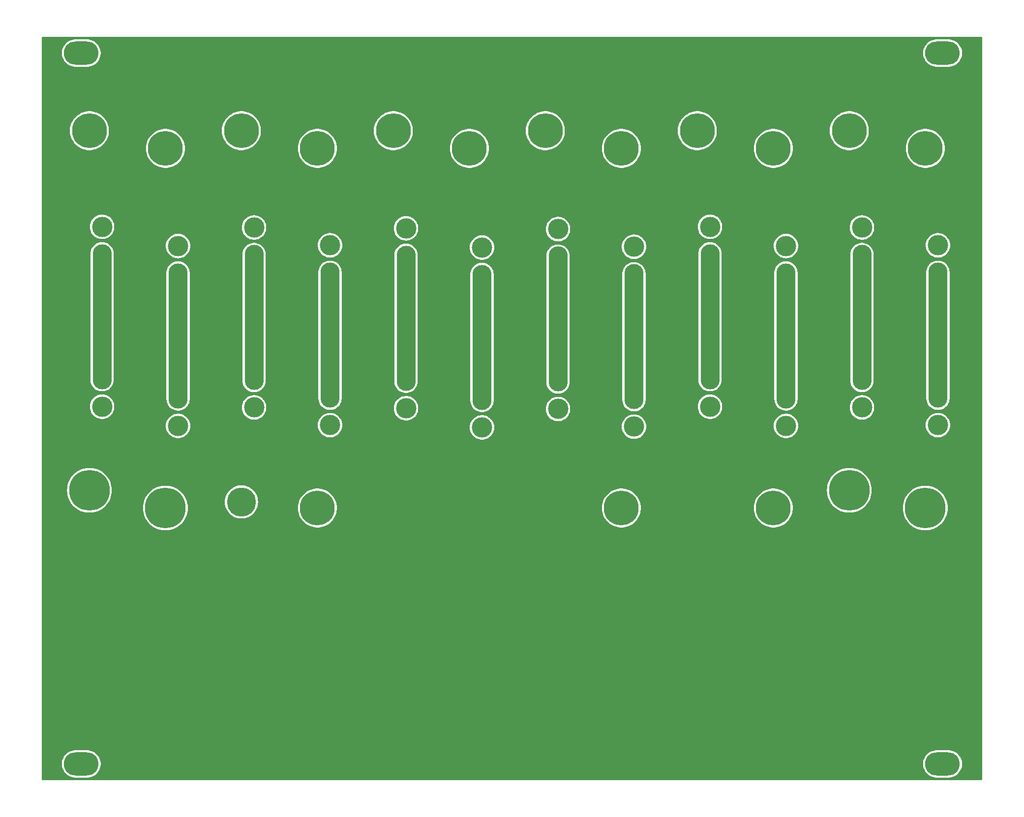
<source format=gbr>
%TF.GenerationSoftware,KiCad,Pcbnew,8.0.1*%
%TF.CreationDate,2024-04-30T18:25:33+02:00*%
%TF.ProjectId,Simple panel,53696d70-6c65-4207-9061-6e656c2e6b69,rev?*%
%TF.SameCoordinates,Original*%
%TF.FileFunction,Copper,L1,Top*%
%TF.FilePolarity,Positive*%
%FSLAX46Y46*%
G04 Gerber Fmt 4.6, Leading zero omitted, Abs format (unit mm)*
G04 Created by KiCad (PCBNEW 8.0.1) date 2024-04-30 18:25:33*
%MOMM*%
%LPD*%
G01*
G04 APERTURE LIST*
%TA.AperFunction,ComponentPad*%
%ADD10C,3.500000*%
%TD*%
%TA.AperFunction,ComponentPad*%
%ADD11O,3.300000X25.000000*%
%TD*%
%TA.AperFunction,ComponentPad*%
%ADD12C,6.000000*%
%TD*%
%TA.AperFunction,ComponentPad*%
%ADD13O,6.000000X4.000000*%
%TD*%
%TA.AperFunction,ComponentPad*%
%ADD14C,7.000000*%
%TD*%
%TA.AperFunction,ComponentPad*%
%ADD15C,5.000000*%
%TD*%
G04 APERTURE END LIST*
D10*
%TO.P,REF\u002A\u002A,*%
%TO.N,*%
X183578399Y-62388600D03*
D11*
X183578399Y-77888600D03*
D10*
X183578399Y-93388600D03*
%TD*%
%TO.P,REF\u002A\u002A,*%
%TO.N,*%
X157416399Y-62261600D03*
D11*
X157416399Y-77761600D03*
D10*
X157416399Y-93261600D03*
%TD*%
%TO.P,REF\u002A\u002A,*%
%TO.N,*%
X196659399Y-65442600D03*
D11*
X196659399Y-80942600D03*
D10*
X196659399Y-96442600D03*
%TD*%
%TO.P,REF\u002A\u002A,*%
%TO.N,*%
X118173399Y-65829600D03*
D11*
X118173399Y-81329600D03*
D10*
X118173399Y-96829600D03*
%TD*%
D12*
%TO.P,REF\u002A\u002A,*%
%TO.N,*%
X168312999Y-110720000D03*
%TD*%
%TO.P,REF\u002A\u002A,*%
%TO.N,*%
X89826999Y-110720000D03*
%TD*%
%TO.P,REF\u002A\u002A,*%
%TO.N,*%
X194474999Y-48744000D03*
%TD*%
D13*
%TO.P,REF\u002A\u002A,*%
%TO.N,*%
X49187399Y-154823600D03*
%TD*%
D12*
%TO.P,REF\u002A\u002A,*%
%TO.N,*%
X76745999Y-45696000D03*
%TD*%
%TO.P,REF\u002A\u002A,*%
%TO.N,*%
X168312999Y-48744000D03*
%TD*%
D13*
%TO.P,REF\u002A\u002A,*%
%TO.N,*%
X49187399Y-32323600D03*
%TD*%
D12*
%TO.P,REF\u002A\u002A,*%
%TO.N,*%
X89826999Y-48744000D03*
%TD*%
%TO.P,REF\u002A\u002A,*%
%TO.N,*%
X102907999Y-45696000D03*
%TD*%
%TO.P,REF\u002A\u002A,*%
%TO.N,*%
X129069999Y-45696000D03*
%TD*%
D14*
%TO.P,REF\u002A\u002A,*%
%TO.N,*%
X50583999Y-107672000D03*
%TD*%
D10*
%TO.P,REF\u002A\u002A,*%
%TO.N,*%
X144335399Y-65702600D03*
D11*
X144335399Y-81202600D03*
D10*
X144335399Y-96702600D03*
%TD*%
%TO.P,REF\u002A\u002A,*%
%TO.N,*%
X78930399Y-62388600D03*
D11*
X78930399Y-77888600D03*
D10*
X78930399Y-93388600D03*
%TD*%
D14*
%TO.P,REF\u002A\u002A,*%
%TO.N,*%
X63664999Y-110720000D03*
%TD*%
D15*
%TO.P,,*%
%TO.N,*%
X76745999Y-109672000D03*
%TD*%
D10*
%TO.P,REF\u002A\u002A,*%
%TO.N,*%
X131254399Y-62648600D03*
D11*
X131254399Y-78148600D03*
D10*
X131254399Y-93648600D03*
%TD*%
D12*
%TO.P,REF\u002A\u002A,*%
%TO.N,*%
X142150999Y-48744000D03*
%TD*%
%TO.P,REF\u002A\u002A,*%
%TO.N,*%
X115988999Y-48744000D03*
%TD*%
D13*
%TO.P,REF\u002A\u002A,*%
%TO.N,*%
X197447399Y-154823600D03*
%TD*%
%TO.P,REF\u002A\u002A,*%
%TO.N,*%
X197447399Y-32323600D03*
%TD*%
D10*
%TO.P,REF\u002A\u002A,*%
%TO.N,*%
X65849399Y-65569600D03*
D11*
X65849399Y-81069600D03*
D10*
X65849399Y-96569600D03*
%TD*%
%TO.P,REF\u002A\u002A,*%
%TO.N,*%
X105092399Y-62521600D03*
D11*
X105092399Y-78021600D03*
D10*
X105092399Y-93521600D03*
%TD*%
D12*
%TO.P,REF\u002A\u002A,*%
%TO.N,*%
X181393999Y-45696000D03*
%TD*%
D10*
%TO.P,REF\u002A\u002A,*%
%TO.N,*%
X92011399Y-65442600D03*
D11*
X92011399Y-80942600D03*
D10*
X92011399Y-96442600D03*
%TD*%
D14*
%TO.P,REF\u002A\u002A,*%
%TO.N,*%
X194474999Y-110720000D03*
%TD*%
D12*
%TO.P,REF\u002A\u002A,*%
%TO.N,*%
X50583999Y-45696000D03*
%TD*%
%TO.P,REF\u002A\u002A,*%
%TO.N,*%
X142150999Y-110720000D03*
%TD*%
D14*
%TO.P,REF\u002A\u002A,*%
%TO.N,*%
X181393999Y-107672000D03*
%TD*%
D12*
%TO.P,REF\u002A\u002A,*%
%TO.N,*%
X155231999Y-45696000D03*
%TD*%
D10*
%TO.P,REF\u002A\u002A,*%
%TO.N,*%
X170497399Y-65569600D03*
D11*
X170497399Y-81069600D03*
D10*
X170497399Y-96569600D03*
%TD*%
%TO.P,REF\u002A\u002A,*%
%TO.N,*%
X52768399Y-62261600D03*
D11*
X52768399Y-77761600D03*
D10*
X52768399Y-93261600D03*
%TD*%
D12*
%TO.P,REF\u002A\u002A,*%
%TO.N,*%
X63664999Y-48744000D03*
%TD*%
%TA.AperFunction,NonConductor*%
G36*
X204189938Y-29543785D02*
G01*
X204235693Y-29596589D01*
X204246899Y-29648100D01*
X204246899Y-157499100D01*
X204227214Y-157566139D01*
X204174410Y-157611894D01*
X204122899Y-157623100D01*
X42511899Y-157623100D01*
X42444860Y-157603415D01*
X42399105Y-157550611D01*
X42387899Y-157499100D01*
X42387899Y-154977653D01*
X45836899Y-154977653D01*
X45836900Y-154977669D01*
X45877116Y-155283142D01*
X45956863Y-155580762D01*
X46074775Y-155865426D01*
X46074780Y-155865437D01*
X46167413Y-156025880D01*
X46228837Y-156132270D01*
X46228839Y-156132273D01*
X46228840Y-156132274D01*
X46416406Y-156376715D01*
X46416412Y-156376722D01*
X46634276Y-156594586D01*
X46634282Y-156594591D01*
X46878729Y-156782162D01*
X47050229Y-156881178D01*
X47145561Y-156936218D01*
X47145566Y-156936220D01*
X47145569Y-156936222D01*
X47430235Y-157054135D01*
X47727855Y-157133882D01*
X48033339Y-157174100D01*
X48033346Y-157174100D01*
X50341452Y-157174100D01*
X50341459Y-157174100D01*
X50646943Y-157133882D01*
X50944563Y-157054135D01*
X51229229Y-156936222D01*
X51496069Y-156782162D01*
X51740516Y-156594591D01*
X51958390Y-156376717D01*
X52145961Y-156132270D01*
X52300021Y-155865430D01*
X52417934Y-155580764D01*
X52497681Y-155283144D01*
X52537899Y-154977660D01*
X52537899Y-154977653D01*
X194096899Y-154977653D01*
X194096900Y-154977669D01*
X194137116Y-155283142D01*
X194216863Y-155580762D01*
X194334775Y-155865426D01*
X194334780Y-155865437D01*
X194427413Y-156025880D01*
X194488837Y-156132270D01*
X194488839Y-156132273D01*
X194488840Y-156132274D01*
X194676406Y-156376715D01*
X194676412Y-156376722D01*
X194894276Y-156594586D01*
X194894282Y-156594591D01*
X195138729Y-156782162D01*
X195310229Y-156881178D01*
X195405561Y-156936218D01*
X195405566Y-156936220D01*
X195405569Y-156936222D01*
X195690235Y-157054135D01*
X195987855Y-157133882D01*
X196293339Y-157174100D01*
X196293346Y-157174100D01*
X198601452Y-157174100D01*
X198601459Y-157174100D01*
X198906943Y-157133882D01*
X199204563Y-157054135D01*
X199489229Y-156936222D01*
X199756069Y-156782162D01*
X200000516Y-156594591D01*
X200218390Y-156376717D01*
X200405961Y-156132270D01*
X200560021Y-155865430D01*
X200677934Y-155580764D01*
X200757681Y-155283144D01*
X200797899Y-154977660D01*
X200797899Y-154669540D01*
X200757681Y-154364056D01*
X200677934Y-154066436D01*
X200560021Y-153781770D01*
X200560019Y-153781767D01*
X200560017Y-153781762D01*
X200504977Y-153686430D01*
X200405961Y-153514930D01*
X200218390Y-153270483D01*
X200218385Y-153270477D01*
X200000521Y-153052613D01*
X200000514Y-153052607D01*
X199756073Y-152865041D01*
X199756072Y-152865040D01*
X199756069Y-152865038D01*
X199649679Y-152803614D01*
X199489236Y-152710981D01*
X199489225Y-152710976D01*
X199204561Y-152593064D01*
X198906941Y-152513317D01*
X198601468Y-152473101D01*
X198601465Y-152473100D01*
X198601459Y-152473100D01*
X196293339Y-152473100D01*
X196293333Y-152473100D01*
X196293329Y-152473101D01*
X195987856Y-152513317D01*
X195690236Y-152593064D01*
X195405572Y-152710976D01*
X195405561Y-152710981D01*
X195138724Y-152865041D01*
X194894283Y-153052607D01*
X194894276Y-153052613D01*
X194676412Y-153270477D01*
X194676406Y-153270484D01*
X194488840Y-153514925D01*
X194334780Y-153781762D01*
X194334775Y-153781773D01*
X194216863Y-154066437D01*
X194137116Y-154364057D01*
X194096900Y-154669530D01*
X194096899Y-154669546D01*
X194096899Y-154977653D01*
X52537899Y-154977653D01*
X52537899Y-154669540D01*
X52497681Y-154364056D01*
X52417934Y-154066436D01*
X52300021Y-153781770D01*
X52300019Y-153781767D01*
X52300017Y-153781762D01*
X52244977Y-153686430D01*
X52145961Y-153514930D01*
X51958390Y-153270483D01*
X51958385Y-153270477D01*
X51740521Y-153052613D01*
X51740514Y-153052607D01*
X51496073Y-152865041D01*
X51496072Y-152865040D01*
X51496069Y-152865038D01*
X51389679Y-152803614D01*
X51229236Y-152710981D01*
X51229225Y-152710976D01*
X50944561Y-152593064D01*
X50646941Y-152513317D01*
X50341468Y-152473101D01*
X50341465Y-152473100D01*
X50341459Y-152473100D01*
X48033339Y-152473100D01*
X48033333Y-152473100D01*
X48033329Y-152473101D01*
X47727856Y-152513317D01*
X47430236Y-152593064D01*
X47145572Y-152710976D01*
X47145561Y-152710981D01*
X46878724Y-152865041D01*
X46634283Y-153052607D01*
X46634276Y-153052613D01*
X46416412Y-153270477D01*
X46416406Y-153270484D01*
X46228840Y-153514925D01*
X46074780Y-153781762D01*
X46074775Y-153781773D01*
X45956863Y-154066437D01*
X45877116Y-154364057D01*
X45836900Y-154669530D01*
X45836899Y-154669546D01*
X45836899Y-154977653D01*
X42387899Y-154977653D01*
X42387899Y-107672000D01*
X46728551Y-107672000D01*
X46748331Y-108062048D01*
X46807471Y-108448091D01*
X46807472Y-108448096D01*
X46869947Y-108689386D01*
X46905367Y-108826186D01*
X46905367Y-108826187D01*
X47041001Y-109192409D01*
X47041007Y-109192422D01*
X47213000Y-109543055D01*
X47213005Y-109543064D01*
X47419588Y-109874495D01*
X47658647Y-110183333D01*
X47823920Y-110357200D01*
X47927723Y-110466401D01*
X48224053Y-110720793D01*
X48224056Y-110720795D01*
X48544606Y-110943904D01*
X48886082Y-111133439D01*
X48886086Y-111133441D01*
X49028071Y-111194371D01*
X49244982Y-111287455D01*
X49244985Y-111287456D01*
X49244990Y-111287458D01*
X49617610Y-111404368D01*
X49617613Y-111404368D01*
X49617621Y-111404371D01*
X50000177Y-111482988D01*
X50311014Y-111514597D01*
X50388723Y-111522500D01*
X50388724Y-111522500D01*
X50779275Y-111522500D01*
X50844031Y-111515914D01*
X51167821Y-111482988D01*
X51550377Y-111404371D01*
X51550387Y-111404368D01*
X51923007Y-111287458D01*
X51923008Y-111287457D01*
X51923016Y-111287455D01*
X52281916Y-111133439D01*
X52623392Y-110943904D01*
X52943942Y-110720795D01*
X52944868Y-110720000D01*
X59809551Y-110720000D01*
X59829331Y-111110048D01*
X59874420Y-111404369D01*
X59888472Y-111496096D01*
X59895309Y-111522500D01*
X59986367Y-111874186D01*
X59986367Y-111874187D01*
X60122001Y-112240409D01*
X60122007Y-112240422D01*
X60294000Y-112591055D01*
X60294005Y-112591064D01*
X60500588Y-112922495D01*
X60581883Y-113027520D01*
X60739647Y-113231333D01*
X60783420Y-113277382D01*
X61008723Y-113514401D01*
X61305053Y-113768793D01*
X61305056Y-113768795D01*
X61625606Y-113991904D01*
X61967082Y-114181439D01*
X61967086Y-114181441D01*
X62109071Y-114242371D01*
X62325982Y-114335455D01*
X62325985Y-114335456D01*
X62325990Y-114335458D01*
X62698610Y-114452368D01*
X62698613Y-114452368D01*
X62698621Y-114452371D01*
X63081177Y-114530988D01*
X63392014Y-114562597D01*
X63469723Y-114570500D01*
X63469724Y-114570500D01*
X63860275Y-114570500D01*
X63925031Y-114563914D01*
X64248821Y-114530988D01*
X64631377Y-114452371D01*
X64631387Y-114452368D01*
X65004007Y-114335458D01*
X65004008Y-114335457D01*
X65004016Y-114335455D01*
X65362916Y-114181439D01*
X65704392Y-113991904D01*
X66024942Y-113768795D01*
X66321275Y-113514401D01*
X66590351Y-113231333D01*
X66829410Y-112922495D01*
X67035997Y-112591056D01*
X67207993Y-112240418D01*
X67343633Y-111874179D01*
X67441526Y-111496096D01*
X67500666Y-111110049D01*
X67520447Y-110720000D01*
X67500666Y-110329951D01*
X67441526Y-109943904D01*
X67371126Y-109672003D01*
X73890668Y-109672003D01*
X73909975Y-110003484D01*
X73909976Y-110003495D01*
X73967630Y-110330467D01*
X73967633Y-110330481D01*
X73967634Y-110330485D01*
X73975637Y-110357217D01*
X74062865Y-110648580D01*
X74194378Y-110953461D01*
X74194384Y-110953474D01*
X74360405Y-111241031D01*
X74558677Y-111507356D01*
X74558682Y-111507362D01*
X74558689Y-111507371D01*
X74786552Y-111748893D01*
X74970688Y-111903400D01*
X75040911Y-111962325D01*
X75040919Y-111962331D01*
X75318329Y-112144787D01*
X75318333Y-112144789D01*
X75615060Y-112293811D01*
X75927081Y-112407377D01*
X75927087Y-112407378D01*
X75927089Y-112407379D01*
X76250160Y-112483949D01*
X76250167Y-112483950D01*
X76250176Y-112483952D01*
X76579976Y-112522500D01*
X76579983Y-112522500D01*
X76912015Y-112522500D01*
X76912022Y-112522500D01*
X77241822Y-112483952D01*
X77241831Y-112483949D01*
X77241837Y-112483949D01*
X77502444Y-112422183D01*
X77564917Y-112407377D01*
X77876938Y-112293811D01*
X78173665Y-112144789D01*
X78451084Y-111962327D01*
X78705446Y-111748893D01*
X78933309Y-111507371D01*
X79131593Y-111241030D01*
X79297616Y-110953470D01*
X79398324Y-110720002D01*
X86471578Y-110720002D01*
X86491247Y-111082782D01*
X86491249Y-111082799D01*
X86550023Y-111441303D01*
X86550029Y-111441329D01*
X86647220Y-111791381D01*
X86647225Y-111791396D01*
X86781699Y-112128901D01*
X86781705Y-112128913D01*
X86951877Y-112449892D01*
X86951880Y-112449897D01*
X86951882Y-112449900D01*
X87155772Y-112750614D01*
X87390978Y-113027521D01*
X87654745Y-113277375D01*
X87943980Y-113497245D01*
X88255291Y-113684555D01*
X88255293Y-113684556D01*
X88255295Y-113684557D01*
X88255299Y-113684559D01*
X88437369Y-113768793D01*
X88585030Y-113837108D01*
X88929329Y-113953116D01*
X89284152Y-114031218D01*
X89645340Y-114070500D01*
X89645346Y-114070500D01*
X90008652Y-114070500D01*
X90008658Y-114070500D01*
X90369846Y-114031218D01*
X90724669Y-113953116D01*
X91068968Y-113837108D01*
X91398707Y-113684555D01*
X91710018Y-113497245D01*
X91999253Y-113277375D01*
X92263020Y-113027521D01*
X92498226Y-112750614D01*
X92702116Y-112449900D01*
X92872297Y-112128905D01*
X93006774Y-111791391D01*
X93103972Y-111441316D01*
X93136807Y-111241030D01*
X93162748Y-111082799D01*
X93162750Y-111082782D01*
X93182420Y-110720002D01*
X138795578Y-110720002D01*
X138815247Y-111082782D01*
X138815249Y-111082799D01*
X138874023Y-111441303D01*
X138874029Y-111441329D01*
X138971220Y-111791381D01*
X138971225Y-111791396D01*
X139105699Y-112128901D01*
X139105705Y-112128913D01*
X139275877Y-112449892D01*
X139275880Y-112449897D01*
X139275882Y-112449900D01*
X139479772Y-112750614D01*
X139714978Y-113027521D01*
X139978745Y-113277375D01*
X140267980Y-113497245D01*
X140579291Y-113684555D01*
X140579293Y-113684556D01*
X140579295Y-113684557D01*
X140579299Y-113684559D01*
X140761369Y-113768793D01*
X140909030Y-113837108D01*
X141253329Y-113953116D01*
X141608152Y-114031218D01*
X141969340Y-114070500D01*
X141969346Y-114070500D01*
X142332652Y-114070500D01*
X142332658Y-114070500D01*
X142693846Y-114031218D01*
X143048669Y-113953116D01*
X143392968Y-113837108D01*
X143722707Y-113684555D01*
X144034018Y-113497245D01*
X144323253Y-113277375D01*
X144587020Y-113027521D01*
X144822226Y-112750614D01*
X145026116Y-112449900D01*
X145196297Y-112128905D01*
X145330774Y-111791391D01*
X145427972Y-111441316D01*
X145460807Y-111241030D01*
X145486748Y-111082799D01*
X145486750Y-111082782D01*
X145506420Y-110720002D01*
X164957578Y-110720002D01*
X164977247Y-111082782D01*
X164977249Y-111082799D01*
X165036023Y-111441303D01*
X165036029Y-111441329D01*
X165133220Y-111791381D01*
X165133225Y-111791396D01*
X165267699Y-112128901D01*
X165267705Y-112128913D01*
X165437877Y-112449892D01*
X165437880Y-112449897D01*
X165437882Y-112449900D01*
X165641772Y-112750614D01*
X165876978Y-113027521D01*
X166140745Y-113277375D01*
X166429980Y-113497245D01*
X166741291Y-113684555D01*
X166741293Y-113684556D01*
X166741295Y-113684557D01*
X166741299Y-113684559D01*
X166923369Y-113768793D01*
X167071030Y-113837108D01*
X167415329Y-113953116D01*
X167770152Y-114031218D01*
X168131340Y-114070500D01*
X168131346Y-114070500D01*
X168494652Y-114070500D01*
X168494658Y-114070500D01*
X168855846Y-114031218D01*
X169210669Y-113953116D01*
X169554968Y-113837108D01*
X169884707Y-113684555D01*
X170196018Y-113497245D01*
X170485253Y-113277375D01*
X170749020Y-113027521D01*
X170984226Y-112750614D01*
X171188116Y-112449900D01*
X171358297Y-112128905D01*
X171492774Y-111791391D01*
X171589972Y-111441316D01*
X171622807Y-111241030D01*
X171648748Y-111082799D01*
X171648750Y-111082782D01*
X171668420Y-110720002D01*
X171668420Y-110719997D01*
X171648750Y-110357217D01*
X171648748Y-110357200D01*
X171589974Y-109998696D01*
X171589973Y-109998695D01*
X171589972Y-109998684D01*
X171555491Y-109874495D01*
X171492777Y-109648618D01*
X171492772Y-109648603D01*
X171370019Y-109340515D01*
X171358297Y-109311095D01*
X171200539Y-109013532D01*
X171188120Y-108990107D01*
X171188118Y-108990104D01*
X171188116Y-108990100D01*
X170984226Y-108689386D01*
X170749020Y-108412479D01*
X170485253Y-108162625D01*
X170485243Y-108162617D01*
X170352947Y-108062049D01*
X170196018Y-107942755D01*
X169884707Y-107755445D01*
X169884706Y-107755444D01*
X169884702Y-107755442D01*
X169884698Y-107755440D01*
X169704345Y-107672000D01*
X177538551Y-107672000D01*
X177558331Y-108062048D01*
X177617471Y-108448091D01*
X177617472Y-108448096D01*
X177679947Y-108689386D01*
X177715367Y-108826186D01*
X177715367Y-108826187D01*
X177851001Y-109192409D01*
X177851007Y-109192422D01*
X178023000Y-109543055D01*
X178023005Y-109543064D01*
X178229588Y-109874495D01*
X178468647Y-110183333D01*
X178633920Y-110357200D01*
X178737723Y-110466401D01*
X179034053Y-110720793D01*
X179034056Y-110720795D01*
X179354606Y-110943904D01*
X179696082Y-111133439D01*
X179696086Y-111133441D01*
X179838071Y-111194371D01*
X180054982Y-111287455D01*
X180054985Y-111287456D01*
X180054990Y-111287458D01*
X180427610Y-111404368D01*
X180427613Y-111404368D01*
X180427621Y-111404371D01*
X180810177Y-111482988D01*
X181121014Y-111514597D01*
X181198723Y-111522500D01*
X181198724Y-111522500D01*
X181589275Y-111522500D01*
X181654031Y-111515914D01*
X181977821Y-111482988D01*
X182360377Y-111404371D01*
X182360387Y-111404368D01*
X182733007Y-111287458D01*
X182733008Y-111287457D01*
X182733016Y-111287455D01*
X183091916Y-111133439D01*
X183433392Y-110943904D01*
X183753942Y-110720795D01*
X183754868Y-110720000D01*
X190619551Y-110720000D01*
X190639331Y-111110048D01*
X190684420Y-111404369D01*
X190698472Y-111496096D01*
X190705309Y-111522500D01*
X190796367Y-111874186D01*
X190796367Y-111874187D01*
X190932001Y-112240409D01*
X190932007Y-112240422D01*
X191104000Y-112591055D01*
X191104005Y-112591064D01*
X191310588Y-112922495D01*
X191391883Y-113027520D01*
X191549647Y-113231333D01*
X191593420Y-113277382D01*
X191818723Y-113514401D01*
X192115053Y-113768793D01*
X192115056Y-113768795D01*
X192435606Y-113991904D01*
X192777082Y-114181439D01*
X192777086Y-114181441D01*
X192919071Y-114242371D01*
X193135982Y-114335455D01*
X193135985Y-114335456D01*
X193135990Y-114335458D01*
X193508610Y-114452368D01*
X193508613Y-114452368D01*
X193508621Y-114452371D01*
X193891177Y-114530988D01*
X194202014Y-114562597D01*
X194279723Y-114570500D01*
X194279724Y-114570500D01*
X194670275Y-114570500D01*
X194735031Y-114563914D01*
X195058821Y-114530988D01*
X195441377Y-114452371D01*
X195441387Y-114452368D01*
X195814007Y-114335458D01*
X195814008Y-114335457D01*
X195814016Y-114335455D01*
X196172916Y-114181439D01*
X196514392Y-113991904D01*
X196834942Y-113768795D01*
X197131275Y-113514401D01*
X197400351Y-113231333D01*
X197639410Y-112922495D01*
X197845997Y-112591056D01*
X198017993Y-112240418D01*
X198153633Y-111874179D01*
X198251526Y-111496096D01*
X198310666Y-111110049D01*
X198330447Y-110720000D01*
X198310666Y-110329951D01*
X198251526Y-109943904D01*
X198153633Y-109565821D01*
X198145201Y-109543055D01*
X198017996Y-109199590D01*
X198017995Y-109199589D01*
X198017993Y-109199582D01*
X197845997Y-108848944D01*
X197845992Y-108848935D01*
X197639409Y-108517504D01*
X197400355Y-108208672D01*
X197400354Y-108208671D01*
X197400351Y-108208667D01*
X197131275Y-107925599D01*
X196933070Y-107755445D01*
X196834944Y-107671206D01*
X196514393Y-107448097D01*
X196514392Y-107448096D01*
X196172916Y-107258561D01*
X196172917Y-107258561D01*
X196172911Y-107258558D01*
X195814007Y-107104541D01*
X195441387Y-106987631D01*
X195441381Y-106987630D01*
X195441378Y-106987629D01*
X195441377Y-106987629D01*
X195058821Y-106909012D01*
X195058820Y-106909011D01*
X195058816Y-106909011D01*
X194670275Y-106869500D01*
X194670274Y-106869500D01*
X194279724Y-106869500D01*
X194279723Y-106869500D01*
X193891181Y-106909011D01*
X193508616Y-106987630D01*
X193508610Y-106987631D01*
X193135990Y-107104541D01*
X192777086Y-107258558D01*
X192435604Y-107448097D01*
X192115053Y-107671206D01*
X191818723Y-107925598D01*
X191549642Y-108208672D01*
X191310588Y-108517504D01*
X191104005Y-108848935D01*
X191104000Y-108848944D01*
X190932007Y-109199577D01*
X190932001Y-109199590D01*
X190796367Y-109565812D01*
X190796367Y-109565813D01*
X190698471Y-109943908D01*
X190639331Y-110329951D01*
X190619551Y-110720000D01*
X183754868Y-110720000D01*
X184050275Y-110466401D01*
X184319351Y-110183333D01*
X184558410Y-109874495D01*
X184764997Y-109543056D01*
X184936993Y-109192418D01*
X185072633Y-108826179D01*
X185170526Y-108448096D01*
X185229666Y-108062049D01*
X185249447Y-107672000D01*
X185229666Y-107281951D01*
X185170526Y-106895904D01*
X185072633Y-106517821D01*
X184936993Y-106151582D01*
X184764997Y-105800944D01*
X184764992Y-105800935D01*
X184558409Y-105469504D01*
X184319355Y-105160672D01*
X184319354Y-105160671D01*
X184319351Y-105160667D01*
X184050275Y-104877599D01*
X184050274Y-104877598D01*
X183753944Y-104623206D01*
X183433393Y-104400097D01*
X183433392Y-104400096D01*
X183091916Y-104210561D01*
X183091917Y-104210561D01*
X183091911Y-104210558D01*
X182733007Y-104056541D01*
X182360387Y-103939631D01*
X182360381Y-103939630D01*
X182360378Y-103939629D01*
X182360377Y-103939629D01*
X181977821Y-103861012D01*
X181977820Y-103861011D01*
X181977816Y-103861011D01*
X181589275Y-103821500D01*
X181589274Y-103821500D01*
X181198724Y-103821500D01*
X181198723Y-103821500D01*
X180810181Y-103861011D01*
X180427616Y-103939630D01*
X180427610Y-103939631D01*
X180054990Y-104056541D01*
X179696086Y-104210558D01*
X179354604Y-104400097D01*
X179034053Y-104623206D01*
X178737723Y-104877598D01*
X178468642Y-105160672D01*
X178229588Y-105469504D01*
X178023005Y-105800935D01*
X178023000Y-105800944D01*
X177851007Y-106151577D01*
X177851001Y-106151590D01*
X177715367Y-106517812D01*
X177715367Y-106517813D01*
X177617471Y-106895908D01*
X177558331Y-107281951D01*
X177538551Y-107672000D01*
X169704345Y-107672000D01*
X169554978Y-107602896D01*
X169554973Y-107602894D01*
X169554968Y-107602892D01*
X169387142Y-107546344D01*
X169210668Y-107486883D01*
X168855844Y-107408781D01*
X168494659Y-107369500D01*
X168494658Y-107369500D01*
X168131340Y-107369500D01*
X168131338Y-107369500D01*
X167770153Y-107408781D01*
X167415329Y-107486883D01*
X167149177Y-107576560D01*
X167071030Y-107602892D01*
X167071027Y-107602893D01*
X167071019Y-107602896D01*
X166741299Y-107755440D01*
X166741295Y-107755442D01*
X166606362Y-107836629D01*
X166429980Y-107942755D01*
X166340331Y-108010903D01*
X166140754Y-108162617D01*
X166140744Y-108162625D01*
X165876977Y-108412479D01*
X165641771Y-108689386D01*
X165437883Y-108990098D01*
X165437877Y-108990107D01*
X165267705Y-109311086D01*
X165267699Y-109311098D01*
X165133225Y-109648603D01*
X165133220Y-109648618D01*
X165036029Y-109998670D01*
X165036023Y-109998696D01*
X164977249Y-110357200D01*
X164977247Y-110357217D01*
X164957578Y-110719997D01*
X164957578Y-110720002D01*
X145506420Y-110720002D01*
X145506420Y-110719997D01*
X145486750Y-110357217D01*
X145486748Y-110357200D01*
X145427974Y-109998696D01*
X145427973Y-109998695D01*
X145427972Y-109998684D01*
X145393491Y-109874495D01*
X145330777Y-109648618D01*
X145330772Y-109648603D01*
X145208019Y-109340515D01*
X145196297Y-109311095D01*
X145038539Y-109013532D01*
X145026120Y-108990107D01*
X145026118Y-108990104D01*
X145026116Y-108990100D01*
X144822226Y-108689386D01*
X144587020Y-108412479D01*
X144323253Y-108162625D01*
X144323243Y-108162617D01*
X144190947Y-108062049D01*
X144034018Y-107942755D01*
X143722707Y-107755445D01*
X143722706Y-107755444D01*
X143722702Y-107755442D01*
X143722698Y-107755440D01*
X143392978Y-107602896D01*
X143392973Y-107602894D01*
X143392968Y-107602892D01*
X143225142Y-107546344D01*
X143048668Y-107486883D01*
X142693844Y-107408781D01*
X142332659Y-107369500D01*
X142332658Y-107369500D01*
X141969340Y-107369500D01*
X141969338Y-107369500D01*
X141608153Y-107408781D01*
X141253329Y-107486883D01*
X140987177Y-107576560D01*
X140909030Y-107602892D01*
X140909027Y-107602893D01*
X140909019Y-107602896D01*
X140579299Y-107755440D01*
X140579295Y-107755442D01*
X140444362Y-107836629D01*
X140267980Y-107942755D01*
X140178331Y-108010903D01*
X139978754Y-108162617D01*
X139978744Y-108162625D01*
X139714977Y-108412479D01*
X139479771Y-108689386D01*
X139275883Y-108990098D01*
X139275877Y-108990107D01*
X139105705Y-109311086D01*
X139105699Y-109311098D01*
X138971225Y-109648603D01*
X138971220Y-109648618D01*
X138874029Y-109998670D01*
X138874023Y-109998696D01*
X138815249Y-110357200D01*
X138815247Y-110357217D01*
X138795578Y-110719997D01*
X138795578Y-110720002D01*
X93182420Y-110720002D01*
X93182420Y-110719997D01*
X93162750Y-110357217D01*
X93162748Y-110357200D01*
X93103974Y-109998696D01*
X93103973Y-109998695D01*
X93103972Y-109998684D01*
X93069491Y-109874495D01*
X93006777Y-109648618D01*
X93006772Y-109648603D01*
X92884019Y-109340515D01*
X92872297Y-109311095D01*
X92714539Y-109013532D01*
X92702120Y-108990107D01*
X92702118Y-108990104D01*
X92702116Y-108990100D01*
X92498226Y-108689386D01*
X92263020Y-108412479D01*
X91999253Y-108162625D01*
X91999243Y-108162617D01*
X91866947Y-108062049D01*
X91710018Y-107942755D01*
X91398707Y-107755445D01*
X91398706Y-107755444D01*
X91398702Y-107755442D01*
X91398698Y-107755440D01*
X91068978Y-107602896D01*
X91068973Y-107602894D01*
X91068968Y-107602892D01*
X90901142Y-107546344D01*
X90724668Y-107486883D01*
X90369844Y-107408781D01*
X90008659Y-107369500D01*
X90008658Y-107369500D01*
X89645340Y-107369500D01*
X89645338Y-107369500D01*
X89284153Y-107408781D01*
X88929329Y-107486883D01*
X88663177Y-107576560D01*
X88585030Y-107602892D01*
X88585027Y-107602893D01*
X88585019Y-107602896D01*
X88255299Y-107755440D01*
X88255295Y-107755442D01*
X88120362Y-107836629D01*
X87943980Y-107942755D01*
X87854331Y-108010903D01*
X87654754Y-108162617D01*
X87654744Y-108162625D01*
X87390977Y-108412479D01*
X87155771Y-108689386D01*
X86951883Y-108990098D01*
X86951877Y-108990107D01*
X86781705Y-109311086D01*
X86781699Y-109311098D01*
X86647225Y-109648603D01*
X86647220Y-109648618D01*
X86550029Y-109998670D01*
X86550023Y-109998696D01*
X86491249Y-110357200D01*
X86491247Y-110357217D01*
X86471578Y-110719997D01*
X86471578Y-110720002D01*
X79398324Y-110720002D01*
X79429132Y-110648581D01*
X79524364Y-110330485D01*
X79582023Y-110003484D01*
X79601330Y-109672000D01*
X79582023Y-109340516D01*
X79524364Y-109013515D01*
X79429132Y-108695419D01*
X79297616Y-108390530D01*
X79131593Y-108102970D01*
X79131592Y-108102968D01*
X78933320Y-107836643D01*
X78933313Y-107836635D01*
X78933309Y-107836629D01*
X78705446Y-107595107D01*
X78543152Y-107458926D01*
X78451086Y-107381674D01*
X78451078Y-107381668D01*
X78173668Y-107199212D01*
X77876945Y-107050192D01*
X77876939Y-107050189D01*
X77564929Y-106936627D01*
X77564908Y-106936620D01*
X77241837Y-106860050D01*
X77241822Y-106860048D01*
X76912022Y-106821500D01*
X76579976Y-106821500D01*
X76291401Y-106855229D01*
X76250175Y-106860048D01*
X76250160Y-106860050D01*
X75927089Y-106936620D01*
X75927068Y-106936627D01*
X75615058Y-107050189D01*
X75615052Y-107050192D01*
X75318329Y-107199212D01*
X75040919Y-107381668D01*
X75040911Y-107381674D01*
X74834935Y-107554508D01*
X74786552Y-107595107D01*
X74558689Y-107836629D01*
X74558686Y-107836632D01*
X74558684Y-107836635D01*
X74558677Y-107836643D01*
X74360405Y-108102968D01*
X74194384Y-108390525D01*
X74194378Y-108390538D01*
X74062865Y-108695419D01*
X73967633Y-109013518D01*
X73967630Y-109013532D01*
X73909976Y-109340504D01*
X73909975Y-109340515D01*
X73890668Y-109671996D01*
X73890668Y-109672003D01*
X67371126Y-109672003D01*
X67343633Y-109565821D01*
X67335201Y-109543055D01*
X67207996Y-109199590D01*
X67207995Y-109199589D01*
X67207993Y-109199582D01*
X67035997Y-108848944D01*
X67035992Y-108848935D01*
X66829409Y-108517504D01*
X66590355Y-108208672D01*
X66590354Y-108208671D01*
X66590351Y-108208667D01*
X66321275Y-107925599D01*
X66123070Y-107755445D01*
X66024944Y-107671206D01*
X65704393Y-107448097D01*
X65704392Y-107448096D01*
X65362916Y-107258561D01*
X65362917Y-107258561D01*
X65362911Y-107258558D01*
X65004007Y-107104541D01*
X64631387Y-106987631D01*
X64631381Y-106987630D01*
X64631378Y-106987629D01*
X64631377Y-106987629D01*
X64248821Y-106909012D01*
X64248820Y-106909011D01*
X64248816Y-106909011D01*
X63860275Y-106869500D01*
X63860274Y-106869500D01*
X63469724Y-106869500D01*
X63469723Y-106869500D01*
X63081181Y-106909011D01*
X62698616Y-106987630D01*
X62698610Y-106987631D01*
X62325990Y-107104541D01*
X61967086Y-107258558D01*
X61625604Y-107448097D01*
X61305053Y-107671206D01*
X61008723Y-107925598D01*
X60739642Y-108208672D01*
X60500588Y-108517504D01*
X60294005Y-108848935D01*
X60294000Y-108848944D01*
X60122007Y-109199577D01*
X60122001Y-109199590D01*
X59986367Y-109565812D01*
X59986367Y-109565813D01*
X59888471Y-109943908D01*
X59829331Y-110329951D01*
X59809551Y-110720000D01*
X52944868Y-110720000D01*
X53240275Y-110466401D01*
X53509351Y-110183333D01*
X53748410Y-109874495D01*
X53954997Y-109543056D01*
X54126993Y-109192418D01*
X54262633Y-108826179D01*
X54360526Y-108448096D01*
X54419666Y-108062049D01*
X54439447Y-107672000D01*
X54419666Y-107281951D01*
X54360526Y-106895904D01*
X54262633Y-106517821D01*
X54126993Y-106151582D01*
X53954997Y-105800944D01*
X53954992Y-105800935D01*
X53748409Y-105469504D01*
X53509355Y-105160672D01*
X53509354Y-105160671D01*
X53509351Y-105160667D01*
X53240275Y-104877599D01*
X53240274Y-104877598D01*
X52943944Y-104623206D01*
X52623393Y-104400097D01*
X52623392Y-104400096D01*
X52281916Y-104210561D01*
X52281917Y-104210561D01*
X52281911Y-104210558D01*
X51923007Y-104056541D01*
X51550387Y-103939631D01*
X51550381Y-103939630D01*
X51550378Y-103939629D01*
X51550377Y-103939629D01*
X51167821Y-103861012D01*
X51167820Y-103861011D01*
X51167816Y-103861011D01*
X50779275Y-103821500D01*
X50779274Y-103821500D01*
X50388724Y-103821500D01*
X50388723Y-103821500D01*
X50000181Y-103861011D01*
X49617616Y-103939630D01*
X49617610Y-103939631D01*
X49244990Y-104056541D01*
X48886086Y-104210558D01*
X48544604Y-104400097D01*
X48224053Y-104623206D01*
X47927723Y-104877598D01*
X47658642Y-105160672D01*
X47419588Y-105469504D01*
X47213005Y-105800935D01*
X47213000Y-105800944D01*
X47041007Y-106151577D01*
X47041001Y-106151590D01*
X46905367Y-106517812D01*
X46905367Y-106517813D01*
X46807471Y-106895908D01*
X46748331Y-107281951D01*
X46728551Y-107672000D01*
X42387899Y-107672000D01*
X42387899Y-96569600D01*
X63743991Y-96569600D01*
X63763600Y-96856280D01*
X63822065Y-97137634D01*
X63822066Y-97137637D01*
X63918293Y-97408393D01*
X63918292Y-97408393D01*
X64050497Y-97663535D01*
X64216211Y-97898300D01*
X64293736Y-97981308D01*
X64412346Y-98108308D01*
X64635252Y-98289655D01*
X64671932Y-98311961D01*
X64880781Y-98438965D01*
X65030440Y-98503970D01*
X65144341Y-98553444D01*
X65421041Y-98630971D01*
X65671319Y-98665371D01*
X65705720Y-98670100D01*
X65705721Y-98670100D01*
X65993078Y-98670100D01*
X66023769Y-98665881D01*
X66277757Y-98630971D01*
X66554457Y-98553444D01*
X66668360Y-98503969D01*
X66818016Y-98438965D01*
X66818019Y-98438963D01*
X66818024Y-98438961D01*
X67063546Y-98289655D01*
X67286452Y-98108308D01*
X67482588Y-97898298D01*
X67648300Y-97663536D01*
X67780503Y-97408397D01*
X67876733Y-97137632D01*
X67935197Y-96856286D01*
X67954807Y-96569600D01*
X67946120Y-96442600D01*
X89905991Y-96442600D01*
X89925600Y-96729280D01*
X89984065Y-97010634D01*
X89984066Y-97010637D01*
X90080293Y-97281393D01*
X90080292Y-97281393D01*
X90212497Y-97536535D01*
X90378211Y-97771300D01*
X90463322Y-97862431D01*
X90574346Y-97981308D01*
X90730453Y-98108310D01*
X90797252Y-98162655D01*
X91042781Y-98311965D01*
X91229636Y-98393126D01*
X91306341Y-98426444D01*
X91583041Y-98503971D01*
X91833319Y-98538371D01*
X91867720Y-98543100D01*
X91867721Y-98543100D01*
X92155078Y-98543100D01*
X92185769Y-98538881D01*
X92439757Y-98503971D01*
X92716457Y-98426444D01*
X92850300Y-98368308D01*
X92980016Y-98311965D01*
X92980019Y-98311963D01*
X92980024Y-98311961D01*
X93225546Y-98162655D01*
X93448452Y-97981308D01*
X93644588Y-97771298D01*
X93810300Y-97536536D01*
X93942503Y-97281397D01*
X94038733Y-97010632D01*
X94076352Y-96829600D01*
X116067991Y-96829600D01*
X116087600Y-97116280D01*
X116146065Y-97397634D01*
X116146066Y-97397637D01*
X116242293Y-97668393D01*
X116242292Y-97668393D01*
X116374497Y-97923535D01*
X116540211Y-98158300D01*
X116617736Y-98241308D01*
X116736346Y-98368308D01*
X116959252Y-98549655D01*
X117157314Y-98670100D01*
X117204781Y-98698965D01*
X117354440Y-98763970D01*
X117468341Y-98813444D01*
X117745041Y-98890971D01*
X117995319Y-98925371D01*
X118029720Y-98930100D01*
X118029721Y-98930100D01*
X118317078Y-98930100D01*
X118347769Y-98925881D01*
X118601757Y-98890971D01*
X118878457Y-98813444D01*
X118992360Y-98763969D01*
X119142016Y-98698965D01*
X119142019Y-98698963D01*
X119142024Y-98698961D01*
X119387546Y-98549655D01*
X119610452Y-98368308D01*
X119806588Y-98158298D01*
X119972300Y-97923536D01*
X120104503Y-97668397D01*
X120200733Y-97397632D01*
X120259197Y-97116286D01*
X120278807Y-96829600D01*
X120270120Y-96702600D01*
X142229991Y-96702600D01*
X142249600Y-96989280D01*
X142308065Y-97270634D01*
X142308066Y-97270637D01*
X142404293Y-97541393D01*
X142404292Y-97541393D01*
X142536497Y-97796535D01*
X142702211Y-98031300D01*
X142774132Y-98108308D01*
X142898346Y-98241308D01*
X143121252Y-98422655D01*
X143336324Y-98553444D01*
X143366781Y-98571965D01*
X143553636Y-98653126D01*
X143630341Y-98686444D01*
X143907041Y-98763971D01*
X144157319Y-98798371D01*
X144191720Y-98803100D01*
X144191721Y-98803100D01*
X144479078Y-98803100D01*
X144509769Y-98798881D01*
X144763757Y-98763971D01*
X145040457Y-98686444D01*
X145168174Y-98630969D01*
X145304016Y-98571965D01*
X145304019Y-98571963D01*
X145304024Y-98571961D01*
X145549546Y-98422655D01*
X145772452Y-98241308D01*
X145968588Y-98031298D01*
X146134300Y-97796536D01*
X146266503Y-97541397D01*
X146362733Y-97270632D01*
X146421197Y-96989286D01*
X146440807Y-96702600D01*
X146431709Y-96569600D01*
X168391991Y-96569600D01*
X168411600Y-96856280D01*
X168470065Y-97137634D01*
X168470066Y-97137637D01*
X168566293Y-97408393D01*
X168566292Y-97408393D01*
X168698497Y-97663535D01*
X168864211Y-97898300D01*
X168941736Y-97981308D01*
X169060346Y-98108308D01*
X169283252Y-98289655D01*
X169319932Y-98311961D01*
X169528781Y-98438965D01*
X169678440Y-98503970D01*
X169792341Y-98553444D01*
X170069041Y-98630971D01*
X170319319Y-98665371D01*
X170353720Y-98670100D01*
X170353721Y-98670100D01*
X170641078Y-98670100D01*
X170671769Y-98665881D01*
X170925757Y-98630971D01*
X171202457Y-98553444D01*
X171316360Y-98503969D01*
X171466016Y-98438965D01*
X171466019Y-98438963D01*
X171466024Y-98438961D01*
X171711546Y-98289655D01*
X171934452Y-98108308D01*
X172130588Y-97898298D01*
X172296300Y-97663536D01*
X172428503Y-97408397D01*
X172524733Y-97137632D01*
X172583197Y-96856286D01*
X172602807Y-96569600D01*
X172594120Y-96442600D01*
X194553991Y-96442600D01*
X194573600Y-96729280D01*
X194632065Y-97010634D01*
X194632066Y-97010637D01*
X194728293Y-97281393D01*
X194728292Y-97281393D01*
X194860497Y-97536535D01*
X195026211Y-97771300D01*
X195111322Y-97862431D01*
X195222346Y-97981308D01*
X195378453Y-98108310D01*
X195445252Y-98162655D01*
X195690781Y-98311965D01*
X195877636Y-98393126D01*
X195954341Y-98426444D01*
X196231041Y-98503971D01*
X196481319Y-98538371D01*
X196515720Y-98543100D01*
X196515721Y-98543100D01*
X196803078Y-98543100D01*
X196833769Y-98538881D01*
X197087757Y-98503971D01*
X197364457Y-98426444D01*
X197498300Y-98368308D01*
X197628016Y-98311965D01*
X197628019Y-98311963D01*
X197628024Y-98311961D01*
X197873546Y-98162655D01*
X198096452Y-97981308D01*
X198292588Y-97771298D01*
X198458300Y-97536536D01*
X198590503Y-97281397D01*
X198686733Y-97010632D01*
X198745197Y-96729286D01*
X198764807Y-96442600D01*
X198745197Y-96155914D01*
X198686733Y-95874568D01*
X198590504Y-95603806D01*
X198590505Y-95603806D01*
X198458300Y-95348664D01*
X198292586Y-95113899D01*
X198213953Y-95029705D01*
X198096452Y-94903892D01*
X197873546Y-94722545D01*
X197873545Y-94722544D01*
X197628016Y-94573234D01*
X197364462Y-94458758D01*
X197364460Y-94458757D01*
X197364457Y-94458756D01*
X197234977Y-94422477D01*
X197087763Y-94381230D01*
X197087758Y-94381229D01*
X197087757Y-94381229D01*
X196900830Y-94355536D01*
X196803078Y-94342100D01*
X196803077Y-94342100D01*
X196515721Y-94342100D01*
X196515720Y-94342100D01*
X196231041Y-94381229D01*
X196231034Y-94381230D01*
X196023260Y-94439445D01*
X195954341Y-94458756D01*
X195954338Y-94458756D01*
X195954335Y-94458758D01*
X195954334Y-94458758D01*
X195690781Y-94573234D01*
X195445252Y-94722544D01*
X195222349Y-94903889D01*
X195026211Y-95113899D01*
X194860497Y-95348664D01*
X194728293Y-95603806D01*
X194632066Y-95874562D01*
X194632065Y-95874565D01*
X194573600Y-96155919D01*
X194553991Y-96442600D01*
X172594120Y-96442600D01*
X172583197Y-96282914D01*
X172524733Y-96001568D01*
X172428504Y-95730806D01*
X172428505Y-95730806D01*
X172296300Y-95475664D01*
X172130586Y-95240899D01*
X172011975Y-95113899D01*
X171934452Y-95030892D01*
X171711546Y-94849545D01*
X171711545Y-94849544D01*
X171466016Y-94700234D01*
X171202462Y-94585758D01*
X171202460Y-94585757D01*
X171202457Y-94585756D01*
X171072977Y-94549477D01*
X170925763Y-94508230D01*
X170925758Y-94508229D01*
X170925757Y-94508229D01*
X170738830Y-94482536D01*
X170641078Y-94469100D01*
X170641077Y-94469100D01*
X170353721Y-94469100D01*
X170353720Y-94469100D01*
X170069041Y-94508229D01*
X170069034Y-94508230D01*
X169861260Y-94566445D01*
X169792341Y-94585756D01*
X169792338Y-94585756D01*
X169792335Y-94585758D01*
X169792334Y-94585758D01*
X169528781Y-94700234D01*
X169283252Y-94849544D01*
X169060349Y-95030889D01*
X168864211Y-95240899D01*
X168698497Y-95475664D01*
X168566293Y-95730806D01*
X168470066Y-96001562D01*
X168470065Y-96001565D01*
X168411600Y-96282919D01*
X168391991Y-96569600D01*
X146431709Y-96569600D01*
X146421197Y-96415914D01*
X146362733Y-96134568D01*
X146266504Y-95863806D01*
X146266505Y-95863806D01*
X146134300Y-95608664D01*
X145968586Y-95373899D01*
X145848616Y-95245444D01*
X145772452Y-95163892D01*
X145549546Y-94982545D01*
X145549545Y-94982544D01*
X145304016Y-94833234D01*
X145040462Y-94718758D01*
X145040460Y-94718757D01*
X145040457Y-94718756D01*
X144910977Y-94682477D01*
X144763763Y-94641230D01*
X144763758Y-94641229D01*
X144763757Y-94641229D01*
X144576830Y-94615536D01*
X144479078Y-94602100D01*
X144479077Y-94602100D01*
X144191721Y-94602100D01*
X144191720Y-94602100D01*
X143907041Y-94641229D01*
X143907034Y-94641230D01*
X143699260Y-94699445D01*
X143630341Y-94718756D01*
X143630338Y-94718756D01*
X143630335Y-94718758D01*
X143630334Y-94718758D01*
X143366781Y-94833234D01*
X143121252Y-94982544D01*
X142898349Y-95163889D01*
X142702211Y-95373899D01*
X142536497Y-95608664D01*
X142404293Y-95863806D01*
X142308066Y-96134562D01*
X142308065Y-96134565D01*
X142249600Y-96415919D01*
X142229991Y-96702600D01*
X120270120Y-96702600D01*
X120259197Y-96542914D01*
X120200733Y-96261568D01*
X120104504Y-95990806D01*
X120104505Y-95990806D01*
X119972300Y-95735664D01*
X119806586Y-95500899D01*
X119686616Y-95372444D01*
X119610452Y-95290892D01*
X119413870Y-95130961D01*
X119387545Y-95109544D01*
X119142016Y-94960234D01*
X118878462Y-94845758D01*
X118878460Y-94845757D01*
X118878457Y-94845756D01*
X118716257Y-94800310D01*
X118601763Y-94768230D01*
X118601758Y-94768229D01*
X118601757Y-94768229D01*
X118414830Y-94742536D01*
X118317078Y-94729100D01*
X118317077Y-94729100D01*
X118029721Y-94729100D01*
X118029720Y-94729100D01*
X117745041Y-94768229D01*
X117745034Y-94768230D01*
X117537260Y-94826445D01*
X117468341Y-94845756D01*
X117468338Y-94845756D01*
X117468335Y-94845758D01*
X117468334Y-94845758D01*
X117204781Y-94960234D01*
X116959252Y-95109544D01*
X116736349Y-95290889D01*
X116540211Y-95500899D01*
X116374497Y-95735664D01*
X116242293Y-95990806D01*
X116146066Y-96261562D01*
X116146065Y-96261565D01*
X116087600Y-96542919D01*
X116067991Y-96829600D01*
X94076352Y-96829600D01*
X94097197Y-96729286D01*
X94116807Y-96442600D01*
X94097197Y-96155914D01*
X94038733Y-95874568D01*
X93942504Y-95603806D01*
X93942505Y-95603806D01*
X93810300Y-95348664D01*
X93644586Y-95113899D01*
X93565953Y-95029705D01*
X93448452Y-94903892D01*
X93225546Y-94722545D01*
X93225545Y-94722544D01*
X92980016Y-94573234D01*
X92716462Y-94458758D01*
X92716460Y-94458757D01*
X92716457Y-94458756D01*
X92586977Y-94422477D01*
X92439763Y-94381230D01*
X92439758Y-94381229D01*
X92439757Y-94381229D01*
X92252830Y-94355536D01*
X92155078Y-94342100D01*
X92155077Y-94342100D01*
X91867721Y-94342100D01*
X91867720Y-94342100D01*
X91583041Y-94381229D01*
X91583034Y-94381230D01*
X91375260Y-94439445D01*
X91306341Y-94458756D01*
X91306338Y-94458756D01*
X91306335Y-94458758D01*
X91306334Y-94458758D01*
X91042781Y-94573234D01*
X90797252Y-94722544D01*
X90574349Y-94903889D01*
X90378211Y-95113899D01*
X90212497Y-95348664D01*
X90080293Y-95603806D01*
X89984066Y-95874562D01*
X89984065Y-95874565D01*
X89925600Y-96155919D01*
X89905991Y-96442600D01*
X67946120Y-96442600D01*
X67935197Y-96282914D01*
X67876733Y-96001568D01*
X67780504Y-95730806D01*
X67780505Y-95730806D01*
X67648300Y-95475664D01*
X67482586Y-95240899D01*
X67363975Y-95113899D01*
X67286452Y-95030892D01*
X67063546Y-94849545D01*
X67063545Y-94849544D01*
X66818016Y-94700234D01*
X66554462Y-94585758D01*
X66554460Y-94585757D01*
X66554457Y-94585756D01*
X66424977Y-94549477D01*
X66277763Y-94508230D01*
X66277758Y-94508229D01*
X66277757Y-94508229D01*
X66090830Y-94482536D01*
X65993078Y-94469100D01*
X65993077Y-94469100D01*
X65705721Y-94469100D01*
X65705720Y-94469100D01*
X65421041Y-94508229D01*
X65421034Y-94508230D01*
X65213260Y-94566445D01*
X65144341Y-94585756D01*
X65144338Y-94585756D01*
X65144335Y-94585758D01*
X65144334Y-94585758D01*
X64880781Y-94700234D01*
X64635252Y-94849544D01*
X64412349Y-95030889D01*
X64216211Y-95240899D01*
X64050497Y-95475664D01*
X63918293Y-95730806D01*
X63822066Y-96001562D01*
X63822065Y-96001565D01*
X63763600Y-96282919D01*
X63743991Y-96569600D01*
X42387899Y-96569600D01*
X42387899Y-93261600D01*
X50662991Y-93261600D01*
X50682600Y-93548280D01*
X50682600Y-93548284D01*
X50682601Y-93548286D01*
X50703446Y-93648600D01*
X50741065Y-93829634D01*
X50741066Y-93829637D01*
X50837293Y-94100393D01*
X50837292Y-94100393D01*
X50969497Y-94355535D01*
X51135211Y-94590300D01*
X51182776Y-94641229D01*
X51331346Y-94800308D01*
X51554252Y-94981655D01*
X51764555Y-95109544D01*
X51799781Y-95130965D01*
X51986636Y-95212126D01*
X52063341Y-95245444D01*
X52340041Y-95322971D01*
X52590319Y-95357371D01*
X52624720Y-95362100D01*
X52624721Y-95362100D01*
X52912078Y-95362100D01*
X52942769Y-95357881D01*
X53196757Y-95322971D01*
X53473457Y-95245444D01*
X53607300Y-95187308D01*
X53737016Y-95130965D01*
X53737019Y-95130963D01*
X53737024Y-95130961D01*
X53982546Y-94981655D01*
X54205452Y-94800308D01*
X54401588Y-94590298D01*
X54567300Y-94355536D01*
X54699503Y-94100397D01*
X54795733Y-93829632D01*
X54854197Y-93548286D01*
X54873807Y-93261600D01*
X54854197Y-92974914D01*
X54795733Y-92693568D01*
X54699504Y-92422806D01*
X54699505Y-92422806D01*
X54567300Y-92167664D01*
X54484757Y-92050727D01*
X63848899Y-92050727D01*
X63867618Y-92192902D01*
X63883129Y-92310716D01*
X63951001Y-92564018D01*
X63951004Y-92564028D01*
X64051352Y-92806290D01*
X64051357Y-92806300D01*
X64182474Y-93033403D01*
X64342117Y-93241451D01*
X64342125Y-93241460D01*
X64527539Y-93426874D01*
X64527547Y-93426881D01*
X64735595Y-93586524D01*
X64962698Y-93717641D01*
X64962708Y-93717646D01*
X65181533Y-93808286D01*
X65204980Y-93817998D01*
X65458283Y-93885870D01*
X65718279Y-93920100D01*
X65718286Y-93920100D01*
X65980512Y-93920100D01*
X65980519Y-93920100D01*
X66240515Y-93885870D01*
X66493818Y-93817998D01*
X66736096Y-93717643D01*
X66963202Y-93586524D01*
X67171250Y-93426882D01*
X67171254Y-93426877D01*
X67171259Y-93426874D01*
X67209533Y-93388600D01*
X76824991Y-93388600D01*
X76844600Y-93675280D01*
X76844600Y-93675284D01*
X76844601Y-93675286D01*
X76853794Y-93719524D01*
X76903065Y-93956634D01*
X76903066Y-93956637D01*
X76999293Y-94227393D01*
X76999292Y-94227393D01*
X77131497Y-94482535D01*
X77297211Y-94717300D01*
X77344776Y-94768229D01*
X77493346Y-94927308D01*
X77716252Y-95108655D01*
X77752932Y-95130961D01*
X77961781Y-95257965D01*
X78111440Y-95322970D01*
X78225341Y-95372444D01*
X78502041Y-95449971D01*
X78752319Y-95484371D01*
X78786720Y-95489100D01*
X78786721Y-95489100D01*
X79074078Y-95489100D01*
X79104769Y-95484881D01*
X79358757Y-95449971D01*
X79635457Y-95372444D01*
X79749360Y-95322969D01*
X79899016Y-95257965D01*
X79899019Y-95257963D01*
X79899024Y-95257961D01*
X80144546Y-95108655D01*
X80367452Y-94927308D01*
X80563588Y-94717298D01*
X80729300Y-94482536D01*
X80861503Y-94227397D01*
X80957733Y-93956632D01*
X81016197Y-93675286D01*
X81035807Y-93388600D01*
X81016197Y-93101914D01*
X80957733Y-92820568D01*
X80861504Y-92549806D01*
X80861505Y-92549806D01*
X80729300Y-92294664D01*
X80563586Y-92059899D01*
X80444975Y-91932899D01*
X80436409Y-91923727D01*
X90010899Y-91923727D01*
X90028828Y-92059902D01*
X90045129Y-92183716D01*
X90113001Y-92437018D01*
X90113004Y-92437028D01*
X90213352Y-92679290D01*
X90213357Y-92679300D01*
X90344474Y-92906403D01*
X90504117Y-93114451D01*
X90504125Y-93114460D01*
X90689539Y-93299874D01*
X90689547Y-93299881D01*
X90897595Y-93459524D01*
X91124698Y-93590641D01*
X91124708Y-93590646D01*
X91357043Y-93686882D01*
X91366980Y-93690998D01*
X91620283Y-93758870D01*
X91880279Y-93793100D01*
X91880286Y-93793100D01*
X92142512Y-93793100D01*
X92142519Y-93793100D01*
X92402515Y-93758870D01*
X92655818Y-93690998D01*
X92898096Y-93590643D01*
X93017683Y-93521600D01*
X102986991Y-93521600D01*
X103006600Y-93808280D01*
X103006600Y-93808284D01*
X103006601Y-93808286D01*
X103022723Y-93885869D01*
X103065065Y-94089634D01*
X103065066Y-94089637D01*
X103161293Y-94360393D01*
X103161292Y-94360393D01*
X103293497Y-94615535D01*
X103459211Y-94850300D01*
X103509263Y-94903892D01*
X103655346Y-95060308D01*
X103878252Y-95241655D01*
X104093324Y-95372444D01*
X104123781Y-95390965D01*
X104310636Y-95472126D01*
X104387341Y-95505444D01*
X104664041Y-95582971D01*
X104914319Y-95617371D01*
X104948720Y-95622100D01*
X104948721Y-95622100D01*
X105236078Y-95622100D01*
X105266769Y-95617881D01*
X105520757Y-95582971D01*
X105797457Y-95505444D01*
X105925174Y-95449969D01*
X106061016Y-95390965D01*
X106061019Y-95390963D01*
X106061024Y-95390961D01*
X106306546Y-95241655D01*
X106529452Y-95060308D01*
X106725588Y-94850298D01*
X106891300Y-94615536D01*
X107023503Y-94360397D01*
X107119733Y-94089632D01*
X107178197Y-93808286D01*
X107197807Y-93521600D01*
X107178197Y-93234914D01*
X107119733Y-92953568D01*
X107023504Y-92682806D01*
X107023505Y-92682806D01*
X106891300Y-92427664D01*
X106808757Y-92310727D01*
X116172899Y-92310727D01*
X116199522Y-92512939D01*
X116207129Y-92570716D01*
X116275001Y-92824018D01*
X116275004Y-92824028D01*
X116375352Y-93066290D01*
X116375357Y-93066300D01*
X116506474Y-93293403D01*
X116666117Y-93501451D01*
X116666125Y-93501460D01*
X116851539Y-93686874D01*
X116851547Y-93686881D01*
X117059595Y-93846524D01*
X117286698Y-93977641D01*
X117286708Y-93977646D01*
X117528970Y-94077994D01*
X117528980Y-94077998D01*
X117782283Y-94145870D01*
X118042279Y-94180100D01*
X118042286Y-94180100D01*
X118304512Y-94180100D01*
X118304519Y-94180100D01*
X118564515Y-94145870D01*
X118817818Y-94077998D01*
X119060096Y-93977643D01*
X119287202Y-93846524D01*
X119495250Y-93686882D01*
X119495254Y-93686877D01*
X119495259Y-93686874D01*
X119533533Y-93648600D01*
X129148991Y-93648600D01*
X129168600Y-93935280D01*
X129168600Y-93935284D01*
X129168601Y-93935286D01*
X129185970Y-94018869D01*
X129227065Y-94216634D01*
X129227066Y-94216637D01*
X129323293Y-94487393D01*
X129323292Y-94487393D01*
X129455497Y-94742535D01*
X129621211Y-94977300D01*
X129671263Y-95030892D01*
X129817346Y-95187308D01*
X130040252Y-95368655D01*
X130238314Y-95489100D01*
X130285781Y-95517965D01*
X130435440Y-95582970D01*
X130549341Y-95632444D01*
X130826041Y-95709971D01*
X131076319Y-95744371D01*
X131110720Y-95749100D01*
X131110721Y-95749100D01*
X131398078Y-95749100D01*
X131428769Y-95744881D01*
X131682757Y-95709971D01*
X131959457Y-95632444D01*
X132073360Y-95582969D01*
X132223016Y-95517965D01*
X132223019Y-95517963D01*
X132223024Y-95517961D01*
X132468546Y-95368655D01*
X132691452Y-95187308D01*
X132887588Y-94977298D01*
X133053300Y-94742536D01*
X133185503Y-94487397D01*
X133281733Y-94216632D01*
X133340197Y-93935286D01*
X133359807Y-93648600D01*
X133340197Y-93361914D01*
X133281733Y-93080568D01*
X133185504Y-92809806D01*
X133185505Y-92809806D01*
X133053300Y-92554664D01*
X132887586Y-92319899D01*
X132760409Y-92183727D01*
X142334899Y-92183727D01*
X142352828Y-92319902D01*
X142369129Y-92443716D01*
X142437001Y-92697018D01*
X142437004Y-92697028D01*
X142537352Y-92939290D01*
X142537357Y-92939300D01*
X142668474Y-93166403D01*
X142828117Y-93374451D01*
X142828125Y-93374460D01*
X143013539Y-93559874D01*
X143013547Y-93559881D01*
X143221595Y-93719524D01*
X143448698Y-93850641D01*
X143448708Y-93850646D01*
X143690970Y-93950994D01*
X143690980Y-93950998D01*
X143944283Y-94018870D01*
X144204279Y-94053100D01*
X144204286Y-94053100D01*
X144466512Y-94053100D01*
X144466519Y-94053100D01*
X144726515Y-94018870D01*
X144979818Y-93950998D01*
X145222096Y-93850643D01*
X145449202Y-93719524D01*
X145657250Y-93559882D01*
X145657254Y-93559877D01*
X145657259Y-93559874D01*
X145842673Y-93374460D01*
X145842676Y-93374455D01*
X145842681Y-93374451D01*
X145929275Y-93261600D01*
X155310991Y-93261600D01*
X155330600Y-93548280D01*
X155330600Y-93548284D01*
X155330601Y-93548286D01*
X155351446Y-93648600D01*
X155389065Y-93829634D01*
X155389066Y-93829637D01*
X155485293Y-94100393D01*
X155485292Y-94100393D01*
X155617497Y-94355535D01*
X155783211Y-94590300D01*
X155830776Y-94641229D01*
X155979346Y-94800308D01*
X156202252Y-94981655D01*
X156412555Y-95109544D01*
X156447781Y-95130965D01*
X156634636Y-95212126D01*
X156711341Y-95245444D01*
X156988041Y-95322971D01*
X157238319Y-95357371D01*
X157272720Y-95362100D01*
X157272721Y-95362100D01*
X157560078Y-95362100D01*
X157590769Y-95357881D01*
X157844757Y-95322971D01*
X158121457Y-95245444D01*
X158255300Y-95187308D01*
X158385016Y-95130965D01*
X158385019Y-95130963D01*
X158385024Y-95130961D01*
X158630546Y-94981655D01*
X158853452Y-94800308D01*
X159049588Y-94590298D01*
X159215300Y-94355536D01*
X159347503Y-94100397D01*
X159443733Y-93829632D01*
X159502197Y-93548286D01*
X159521807Y-93261600D01*
X159502197Y-92974914D01*
X159443733Y-92693568D01*
X159347504Y-92422806D01*
X159347505Y-92422806D01*
X159215300Y-92167664D01*
X159132757Y-92050727D01*
X168496899Y-92050727D01*
X168515618Y-92192902D01*
X168531129Y-92310716D01*
X168599001Y-92564018D01*
X168599004Y-92564028D01*
X168699352Y-92806290D01*
X168699357Y-92806300D01*
X168830474Y-93033403D01*
X168990117Y-93241451D01*
X168990125Y-93241460D01*
X169175539Y-93426874D01*
X169175547Y-93426881D01*
X169383595Y-93586524D01*
X169610698Y-93717641D01*
X169610708Y-93717646D01*
X169829533Y-93808286D01*
X169852980Y-93817998D01*
X170106283Y-93885870D01*
X170366279Y-93920100D01*
X170366286Y-93920100D01*
X170628512Y-93920100D01*
X170628519Y-93920100D01*
X170888515Y-93885870D01*
X171141818Y-93817998D01*
X171384096Y-93717643D01*
X171611202Y-93586524D01*
X171819250Y-93426882D01*
X171819254Y-93426877D01*
X171819259Y-93426874D01*
X171857533Y-93388600D01*
X181472991Y-93388600D01*
X181492600Y-93675280D01*
X181492600Y-93675284D01*
X181492601Y-93675286D01*
X181501794Y-93719524D01*
X181551065Y-93956634D01*
X181551066Y-93956637D01*
X181647293Y-94227393D01*
X181647292Y-94227393D01*
X181779497Y-94482535D01*
X181945211Y-94717300D01*
X181992776Y-94768229D01*
X182141346Y-94927308D01*
X182364252Y-95108655D01*
X182400932Y-95130961D01*
X182609781Y-95257965D01*
X182759440Y-95322970D01*
X182873341Y-95372444D01*
X183150041Y-95449971D01*
X183400319Y-95484371D01*
X183434720Y-95489100D01*
X183434721Y-95489100D01*
X183722078Y-95489100D01*
X183752769Y-95484881D01*
X184006757Y-95449971D01*
X184283457Y-95372444D01*
X184397360Y-95322969D01*
X184547016Y-95257965D01*
X184547019Y-95257963D01*
X184547024Y-95257961D01*
X184792546Y-95108655D01*
X185015452Y-94927308D01*
X185211588Y-94717298D01*
X185377300Y-94482536D01*
X185509503Y-94227397D01*
X185605733Y-93956632D01*
X185664197Y-93675286D01*
X185683807Y-93388600D01*
X185664197Y-93101914D01*
X185605733Y-92820568D01*
X185509504Y-92549806D01*
X185509505Y-92549806D01*
X185377300Y-92294664D01*
X185211586Y-92059899D01*
X185092975Y-91932899D01*
X185084409Y-91923727D01*
X194658899Y-91923727D01*
X194676828Y-92059902D01*
X194693129Y-92183716D01*
X194761001Y-92437018D01*
X194761004Y-92437028D01*
X194861352Y-92679290D01*
X194861357Y-92679300D01*
X194992474Y-92906403D01*
X195152117Y-93114451D01*
X195152125Y-93114460D01*
X195337539Y-93299874D01*
X195337547Y-93299881D01*
X195545595Y-93459524D01*
X195772698Y-93590641D01*
X195772708Y-93590646D01*
X196005043Y-93686882D01*
X196014980Y-93690998D01*
X196268283Y-93758870D01*
X196528279Y-93793100D01*
X196528286Y-93793100D01*
X196790512Y-93793100D01*
X196790519Y-93793100D01*
X197050515Y-93758870D01*
X197303818Y-93690998D01*
X197546096Y-93590643D01*
X197773202Y-93459524D01*
X197981250Y-93299882D01*
X197981254Y-93299877D01*
X197981259Y-93299874D01*
X198166673Y-93114460D01*
X198166676Y-93114455D01*
X198166681Y-93114451D01*
X198326323Y-92906403D01*
X198457442Y-92679297D01*
X198557797Y-92437019D01*
X198625669Y-92183716D01*
X198659899Y-91923720D01*
X198659899Y-69961480D01*
X198625669Y-69701484D01*
X198557797Y-69448181D01*
X198557793Y-69448171D01*
X198457445Y-69205909D01*
X198457440Y-69205899D01*
X198326323Y-68978796D01*
X198166680Y-68770748D01*
X198166673Y-68770740D01*
X197981259Y-68585326D01*
X197981250Y-68585318D01*
X197773202Y-68425675D01*
X197546099Y-68294558D01*
X197546089Y-68294553D01*
X197303827Y-68194205D01*
X197303820Y-68194203D01*
X197303818Y-68194202D01*
X197050515Y-68126330D01*
X196992738Y-68118723D01*
X196790526Y-68092100D01*
X196790519Y-68092100D01*
X196528279Y-68092100D01*
X196528271Y-68092100D01*
X196297171Y-68122526D01*
X196268283Y-68126330D01*
X196014980Y-68194202D01*
X196014970Y-68194205D01*
X195772708Y-68294553D01*
X195772698Y-68294558D01*
X195545595Y-68425675D01*
X195337547Y-68585318D01*
X195152117Y-68770748D01*
X194992474Y-68978796D01*
X194861357Y-69205899D01*
X194861352Y-69205909D01*
X194761004Y-69448171D01*
X194761001Y-69448181D01*
X194722222Y-69592909D01*
X194693129Y-69701485D01*
X194658899Y-69961472D01*
X194658899Y-91923727D01*
X185084409Y-91923727D01*
X185015452Y-91849892D01*
X184792546Y-91668545D01*
X184792545Y-91668544D01*
X184547016Y-91519234D01*
X184283462Y-91404758D01*
X184283460Y-91404757D01*
X184283457Y-91404756D01*
X184153977Y-91368477D01*
X184006763Y-91327230D01*
X184006758Y-91327229D01*
X184006757Y-91327229D01*
X183864417Y-91307664D01*
X183722078Y-91288100D01*
X183722077Y-91288100D01*
X183434721Y-91288100D01*
X183434720Y-91288100D01*
X183150041Y-91327229D01*
X183150034Y-91327230D01*
X182942260Y-91385445D01*
X182873341Y-91404756D01*
X182873338Y-91404756D01*
X182873335Y-91404758D01*
X182873334Y-91404758D01*
X182609781Y-91519234D01*
X182364252Y-91668544D01*
X182141349Y-91849889D01*
X181945211Y-92059899D01*
X181779497Y-92294664D01*
X181647293Y-92549806D01*
X181551066Y-92820562D01*
X181551065Y-92820565D01*
X181492600Y-93101919D01*
X181472991Y-93388600D01*
X171857533Y-93388600D01*
X172004673Y-93241460D01*
X172004676Y-93241455D01*
X172004681Y-93241451D01*
X172164323Y-93033403D01*
X172295442Y-92806297D01*
X172395797Y-92564019D01*
X172463669Y-92310716D01*
X172497899Y-92050720D01*
X172497899Y-88869727D01*
X181577899Y-88869727D01*
X181595409Y-89002720D01*
X181612129Y-89129716D01*
X181645972Y-89256019D01*
X181680001Y-89383018D01*
X181680004Y-89383028D01*
X181780352Y-89625290D01*
X181780357Y-89625300D01*
X181911474Y-89852403D01*
X182071117Y-90060451D01*
X182071125Y-90060460D01*
X182256539Y-90245874D01*
X182256547Y-90245881D01*
X182464595Y-90405524D01*
X182691698Y-90536641D01*
X182691708Y-90536646D01*
X182933970Y-90636994D01*
X182933980Y-90636998D01*
X183187283Y-90704870D01*
X183447279Y-90739100D01*
X183447286Y-90739100D01*
X183709512Y-90739100D01*
X183709519Y-90739100D01*
X183969515Y-90704870D01*
X184222818Y-90636998D01*
X184465096Y-90536643D01*
X184692202Y-90405524D01*
X184900250Y-90245882D01*
X184900254Y-90245877D01*
X184900259Y-90245874D01*
X185085673Y-90060460D01*
X185085676Y-90060455D01*
X185085681Y-90060451D01*
X185245323Y-89852403D01*
X185376442Y-89625297D01*
X185476797Y-89383019D01*
X185544669Y-89129716D01*
X185578899Y-88869720D01*
X185578899Y-66907480D01*
X185544669Y-66647484D01*
X185476797Y-66394181D01*
X185431535Y-66284909D01*
X185376445Y-66151909D01*
X185376440Y-66151899D01*
X185245323Y-65924796D01*
X185085680Y-65716748D01*
X185085673Y-65716740D01*
X184900259Y-65531326D01*
X184900250Y-65531318D01*
X184784632Y-65442600D01*
X194553991Y-65442600D01*
X194573600Y-65729280D01*
X194573600Y-65729284D01*
X194573601Y-65729286D01*
X194587838Y-65797797D01*
X194632065Y-66010634D01*
X194632066Y-66010637D01*
X194728293Y-66281393D01*
X194728292Y-66281393D01*
X194860497Y-66536535D01*
X195026211Y-66771300D01*
X195111322Y-66862431D01*
X195222346Y-66981308D01*
X195378453Y-67108310D01*
X195445252Y-67162655D01*
X195690781Y-67311965D01*
X195877636Y-67393126D01*
X195954341Y-67426444D01*
X196231041Y-67503971D01*
X196481319Y-67538371D01*
X196515720Y-67543100D01*
X196515721Y-67543100D01*
X196803078Y-67543100D01*
X196833769Y-67538881D01*
X197087757Y-67503971D01*
X197364457Y-67426444D01*
X197498300Y-67368308D01*
X197628016Y-67311965D01*
X197628019Y-67311963D01*
X197628024Y-67311961D01*
X197873546Y-67162655D01*
X198096452Y-66981308D01*
X198292588Y-66771298D01*
X198458300Y-66536536D01*
X198590503Y-66281397D01*
X198686733Y-66010632D01*
X198745197Y-65729286D01*
X198764807Y-65442600D01*
X198745197Y-65155914D01*
X198686733Y-64874568D01*
X198590504Y-64603806D01*
X198590505Y-64603806D01*
X198458300Y-64348664D01*
X198292586Y-64113899D01*
X198213953Y-64029705D01*
X198096452Y-63903892D01*
X197873546Y-63722545D01*
X197873545Y-63722544D01*
X197628016Y-63573234D01*
X197364462Y-63458758D01*
X197364460Y-63458757D01*
X197364457Y-63458756D01*
X197234977Y-63422477D01*
X197087763Y-63381230D01*
X197087758Y-63381229D01*
X197087757Y-63381229D01*
X196900830Y-63355536D01*
X196803078Y-63342100D01*
X196803077Y-63342100D01*
X196515721Y-63342100D01*
X196515720Y-63342100D01*
X196231041Y-63381229D01*
X196231034Y-63381230D01*
X196023260Y-63439445D01*
X195954341Y-63458756D01*
X195954338Y-63458756D01*
X195954335Y-63458758D01*
X195954334Y-63458758D01*
X195690781Y-63573234D01*
X195445252Y-63722544D01*
X195222349Y-63903889D01*
X195026211Y-64113899D01*
X194860497Y-64348664D01*
X194728293Y-64603806D01*
X194632066Y-64874562D01*
X194632065Y-64874565D01*
X194573600Y-65155919D01*
X194553991Y-65442600D01*
X184784632Y-65442600D01*
X184692202Y-65371675D01*
X184465099Y-65240558D01*
X184465089Y-65240553D01*
X184222827Y-65140205D01*
X184222820Y-65140203D01*
X184222818Y-65140202D01*
X183969515Y-65072330D01*
X183911738Y-65064723D01*
X183709526Y-65038100D01*
X183709519Y-65038100D01*
X183447279Y-65038100D01*
X183447271Y-65038100D01*
X183216171Y-65068526D01*
X183187283Y-65072330D01*
X182933980Y-65140202D01*
X182933970Y-65140205D01*
X182691708Y-65240553D01*
X182691698Y-65240558D01*
X182464595Y-65371675D01*
X182256547Y-65531318D01*
X182071117Y-65716748D01*
X181911474Y-65924796D01*
X181780357Y-66151899D01*
X181780352Y-66151909D01*
X181680004Y-66394171D01*
X181680001Y-66394181D01*
X181646159Y-66520484D01*
X181612129Y-66647485D01*
X181577899Y-66907472D01*
X181577899Y-88869727D01*
X172497899Y-88869727D01*
X172497899Y-70088480D01*
X172463669Y-69828484D01*
X172395797Y-69575181D01*
X172350535Y-69465909D01*
X172295445Y-69332909D01*
X172295440Y-69332899D01*
X172164323Y-69105796D01*
X172004680Y-68897748D01*
X172004673Y-68897740D01*
X171819259Y-68712326D01*
X171819250Y-68712318D01*
X171611202Y-68552675D01*
X171384099Y-68421558D01*
X171384089Y-68421553D01*
X171141827Y-68321205D01*
X171141820Y-68321203D01*
X171141818Y-68321202D01*
X170888515Y-68253330D01*
X170830738Y-68245723D01*
X170628526Y-68219100D01*
X170628519Y-68219100D01*
X170366279Y-68219100D01*
X170366271Y-68219100D01*
X170135171Y-68249526D01*
X170106283Y-68253330D01*
X169852980Y-68321202D01*
X169852970Y-68321205D01*
X169610708Y-68421553D01*
X169610698Y-68421558D01*
X169383595Y-68552675D01*
X169175547Y-68712318D01*
X168990117Y-68897748D01*
X168830474Y-69105796D01*
X168699357Y-69332899D01*
X168699352Y-69332909D01*
X168599004Y-69575171D01*
X168599001Y-69575181D01*
X168565159Y-69701484D01*
X168531129Y-69828485D01*
X168496899Y-70088472D01*
X168496899Y-92050727D01*
X159132757Y-92050727D01*
X159049586Y-91932899D01*
X158970953Y-91848705D01*
X158853452Y-91722892D01*
X158630546Y-91541545D01*
X158630545Y-91541544D01*
X158385016Y-91392234D01*
X158121462Y-91277758D01*
X158121460Y-91277757D01*
X158121457Y-91277756D01*
X157991977Y-91241477D01*
X157844763Y-91200230D01*
X157844758Y-91200229D01*
X157844757Y-91200229D01*
X157702417Y-91180664D01*
X157560078Y-91161100D01*
X157560077Y-91161100D01*
X157272721Y-91161100D01*
X157272720Y-91161100D01*
X156988041Y-91200229D01*
X156988034Y-91200230D01*
X156780260Y-91258445D01*
X156711341Y-91277756D01*
X156711338Y-91277756D01*
X156711335Y-91277758D01*
X156711334Y-91277758D01*
X156447781Y-91392234D01*
X156202252Y-91541544D01*
X155979349Y-91722889D01*
X155783211Y-91932899D01*
X155617497Y-92167664D01*
X155485293Y-92422806D01*
X155389066Y-92693562D01*
X155389065Y-92693565D01*
X155330600Y-92974919D01*
X155310991Y-93261600D01*
X145929275Y-93261600D01*
X146002323Y-93166403D01*
X146133442Y-92939297D01*
X146233797Y-92697019D01*
X146301669Y-92443716D01*
X146335899Y-92183720D01*
X146335899Y-88742727D01*
X155415899Y-88742727D01*
X155432618Y-88869713D01*
X155450129Y-89002716D01*
X155518001Y-89256018D01*
X155518004Y-89256028D01*
X155618352Y-89498290D01*
X155618357Y-89498300D01*
X155749474Y-89725403D01*
X155909117Y-89933451D01*
X155909125Y-89933460D01*
X156094539Y-90118874D01*
X156094547Y-90118881D01*
X156302595Y-90278524D01*
X156529698Y-90409641D01*
X156529708Y-90409646D01*
X156762043Y-90505882D01*
X156771980Y-90509998D01*
X157025283Y-90577870D01*
X157285279Y-90612100D01*
X157285286Y-90612100D01*
X157547512Y-90612100D01*
X157547519Y-90612100D01*
X157807515Y-90577870D01*
X158060818Y-90509998D01*
X158303096Y-90409643D01*
X158530202Y-90278524D01*
X158738250Y-90118882D01*
X158738254Y-90118877D01*
X158738259Y-90118874D01*
X158923673Y-89933460D01*
X158923676Y-89933455D01*
X158923681Y-89933451D01*
X159083323Y-89725403D01*
X159214442Y-89498297D01*
X159314797Y-89256019D01*
X159382669Y-89002716D01*
X159416899Y-88742720D01*
X159416899Y-66780480D01*
X159382669Y-66520484D01*
X159314797Y-66267181D01*
X159314793Y-66267171D01*
X159214445Y-66024909D01*
X159214440Y-66024899D01*
X159083323Y-65797796D01*
X158923680Y-65589748D01*
X158923673Y-65589740D01*
X158903533Y-65569600D01*
X168391991Y-65569600D01*
X168411600Y-65856280D01*
X168411600Y-65856284D01*
X168411601Y-65856286D01*
X168425838Y-65924797D01*
X168470065Y-66137634D01*
X168470066Y-66137637D01*
X168566293Y-66408393D01*
X168566292Y-66408393D01*
X168698497Y-66663535D01*
X168864211Y-66898300D01*
X168941736Y-66981308D01*
X169060346Y-67108308D01*
X169283252Y-67289655D01*
X169319932Y-67311961D01*
X169528781Y-67438965D01*
X169678440Y-67503970D01*
X169792341Y-67553444D01*
X170069041Y-67630971D01*
X170319319Y-67665371D01*
X170353720Y-67670100D01*
X170353721Y-67670100D01*
X170641078Y-67670100D01*
X170671769Y-67665881D01*
X170925757Y-67630971D01*
X171202457Y-67553444D01*
X171316360Y-67503969D01*
X171466016Y-67438965D01*
X171466019Y-67438963D01*
X171466024Y-67438961D01*
X171711546Y-67289655D01*
X171934452Y-67108308D01*
X172130588Y-66898298D01*
X172296300Y-66663536D01*
X172428503Y-66408397D01*
X172524733Y-66137632D01*
X172583197Y-65856286D01*
X172602807Y-65569600D01*
X172583197Y-65282914D01*
X172524733Y-65001568D01*
X172428504Y-64730806D01*
X172428505Y-64730806D01*
X172296300Y-64475664D01*
X172130586Y-64240899D01*
X172011975Y-64113899D01*
X171934452Y-64030892D01*
X171711546Y-63849545D01*
X171711545Y-63849544D01*
X171466016Y-63700234D01*
X171202462Y-63585758D01*
X171202460Y-63585757D01*
X171202457Y-63585756D01*
X171072977Y-63549477D01*
X170925763Y-63508230D01*
X170925758Y-63508229D01*
X170925757Y-63508229D01*
X170738830Y-63482536D01*
X170641078Y-63469100D01*
X170641077Y-63469100D01*
X170353721Y-63469100D01*
X170353720Y-63469100D01*
X170069041Y-63508229D01*
X170069034Y-63508230D01*
X169861260Y-63566445D01*
X169792341Y-63585756D01*
X169792338Y-63585756D01*
X169792335Y-63585758D01*
X169792334Y-63585758D01*
X169528781Y-63700234D01*
X169283252Y-63849544D01*
X169060349Y-64030889D01*
X168864211Y-64240899D01*
X168698497Y-64475664D01*
X168566293Y-64730806D01*
X168470066Y-65001562D01*
X168470065Y-65001565D01*
X168411600Y-65282919D01*
X168391991Y-65569600D01*
X158903533Y-65569600D01*
X158738259Y-65404326D01*
X158738250Y-65404318D01*
X158530202Y-65244675D01*
X158303099Y-65113558D01*
X158303089Y-65113553D01*
X158060827Y-65013205D01*
X158060820Y-65013203D01*
X158060818Y-65013202D01*
X157807515Y-64945330D01*
X157749738Y-64937723D01*
X157547526Y-64911100D01*
X157547519Y-64911100D01*
X157285279Y-64911100D01*
X157285271Y-64911100D01*
X157054171Y-64941526D01*
X157025283Y-64945330D01*
X156815421Y-65001562D01*
X156771980Y-65013202D01*
X156771970Y-65013205D01*
X156529708Y-65113553D01*
X156529698Y-65113558D01*
X156302595Y-65244675D01*
X156094547Y-65404318D01*
X155909117Y-65589748D01*
X155749474Y-65797796D01*
X155618357Y-66024899D01*
X155618352Y-66024909D01*
X155518004Y-66267171D01*
X155518001Y-66267181D01*
X155479222Y-66411909D01*
X155450129Y-66520485D01*
X155415899Y-66780472D01*
X155415899Y-88742727D01*
X146335899Y-88742727D01*
X146335899Y-70221480D01*
X146301669Y-69961484D01*
X146233797Y-69708181D01*
X146233793Y-69708171D01*
X146133445Y-69465909D01*
X146133440Y-69465899D01*
X146002323Y-69238796D01*
X145842680Y-69030748D01*
X145842673Y-69030740D01*
X145657259Y-68845326D01*
X145657250Y-68845318D01*
X145449202Y-68685675D01*
X145222099Y-68554558D01*
X145222089Y-68554553D01*
X144979827Y-68454205D01*
X144979820Y-68454203D01*
X144979818Y-68454202D01*
X144726515Y-68386330D01*
X144668738Y-68378723D01*
X144466526Y-68352100D01*
X144466519Y-68352100D01*
X144204279Y-68352100D01*
X144204271Y-68352100D01*
X143973171Y-68382526D01*
X143944283Y-68386330D01*
X143812810Y-68421558D01*
X143690980Y-68454202D01*
X143690970Y-68454205D01*
X143448708Y-68554553D01*
X143448698Y-68554558D01*
X143221595Y-68685675D01*
X143013547Y-68845318D01*
X142828117Y-69030748D01*
X142668474Y-69238796D01*
X142537357Y-69465899D01*
X142537352Y-69465909D01*
X142437004Y-69708171D01*
X142437001Y-69708181D01*
X142369129Y-69961485D01*
X142334899Y-70221472D01*
X142334899Y-92183727D01*
X132760409Y-92183727D01*
X132691452Y-92109892D01*
X132535344Y-91982889D01*
X132468545Y-91928544D01*
X132223016Y-91779234D01*
X131959462Y-91664758D01*
X131959460Y-91664757D01*
X131959457Y-91664756D01*
X131829977Y-91628477D01*
X131682763Y-91587230D01*
X131682758Y-91587229D01*
X131682757Y-91587229D01*
X131540417Y-91567664D01*
X131398078Y-91548100D01*
X131398077Y-91548100D01*
X131110721Y-91548100D01*
X131110720Y-91548100D01*
X130826041Y-91587229D01*
X130826034Y-91587230D01*
X130618260Y-91645445D01*
X130549341Y-91664756D01*
X130549338Y-91664756D01*
X130549335Y-91664758D01*
X130549334Y-91664758D01*
X130285781Y-91779234D01*
X130040252Y-91928544D01*
X129817349Y-92109889D01*
X129621211Y-92319899D01*
X129455497Y-92554664D01*
X129323293Y-92809806D01*
X129227066Y-93080562D01*
X129227065Y-93080565D01*
X129168600Y-93361919D01*
X129148991Y-93648600D01*
X119533533Y-93648600D01*
X119680673Y-93501460D01*
X119680676Y-93501455D01*
X119680681Y-93501451D01*
X119840323Y-93293403D01*
X119971442Y-93066297D01*
X120071797Y-92824019D01*
X120139669Y-92570716D01*
X120173899Y-92310720D01*
X120173899Y-89129727D01*
X129253899Y-89129727D01*
X129280522Y-89331939D01*
X129288129Y-89389716D01*
X129356001Y-89643018D01*
X129356004Y-89643028D01*
X129456352Y-89885290D01*
X129456357Y-89885300D01*
X129587474Y-90112403D01*
X129747117Y-90320451D01*
X129747125Y-90320460D01*
X129932539Y-90505874D01*
X129932547Y-90505881D01*
X130140595Y-90665524D01*
X130367698Y-90796641D01*
X130367708Y-90796646D01*
X130609970Y-90896994D01*
X130609980Y-90896998D01*
X130863283Y-90964870D01*
X131123279Y-90999100D01*
X131123286Y-90999100D01*
X131385512Y-90999100D01*
X131385519Y-90999100D01*
X131645515Y-90964870D01*
X131898818Y-90896998D01*
X132141096Y-90796643D01*
X132368202Y-90665524D01*
X132576250Y-90505882D01*
X132576254Y-90505877D01*
X132576259Y-90505874D01*
X132761673Y-90320460D01*
X132761676Y-90320455D01*
X132761681Y-90320451D01*
X132921323Y-90112403D01*
X133052442Y-89885297D01*
X133152797Y-89643019D01*
X133220669Y-89389716D01*
X133254899Y-89129720D01*
X133254899Y-67167480D01*
X133220669Y-66907484D01*
X133152797Y-66654181D01*
X133152793Y-66654171D01*
X133052445Y-66411909D01*
X133052440Y-66411899D01*
X132921323Y-66184796D01*
X132787682Y-66010634D01*
X132761681Y-65976749D01*
X132761680Y-65976748D01*
X132761673Y-65976740D01*
X132576259Y-65791326D01*
X132576250Y-65791318D01*
X132460632Y-65702600D01*
X142229991Y-65702600D01*
X142249600Y-65989280D01*
X142249600Y-65989284D01*
X142249601Y-65989286D01*
X142263838Y-66057797D01*
X142308065Y-66270634D01*
X142308066Y-66270637D01*
X142404293Y-66541393D01*
X142404292Y-66541393D01*
X142536497Y-66796535D01*
X142702211Y-67031300D01*
X142774132Y-67108308D01*
X142898346Y-67241308D01*
X143121252Y-67422655D01*
X143336324Y-67553444D01*
X143366781Y-67571965D01*
X143553636Y-67653126D01*
X143630341Y-67686444D01*
X143907041Y-67763971D01*
X144157319Y-67798371D01*
X144191720Y-67803100D01*
X144191721Y-67803100D01*
X144479078Y-67803100D01*
X144509769Y-67798881D01*
X144763757Y-67763971D01*
X145040457Y-67686444D01*
X145168174Y-67630969D01*
X145304016Y-67571965D01*
X145304019Y-67571963D01*
X145304024Y-67571961D01*
X145549546Y-67422655D01*
X145772452Y-67241308D01*
X145968588Y-67031298D01*
X146134300Y-66796536D01*
X146266503Y-66541397D01*
X146362733Y-66270632D01*
X146421197Y-65989286D01*
X146440807Y-65702600D01*
X146421197Y-65415914D01*
X146362733Y-65134568D01*
X146319599Y-65013202D01*
X146266504Y-64863806D01*
X146266505Y-64863806D01*
X146134300Y-64608664D01*
X145968586Y-64373899D01*
X145848616Y-64245444D01*
X145772452Y-64163892D01*
X145549546Y-63982545D01*
X145549545Y-63982544D01*
X145304016Y-63833234D01*
X145040462Y-63718758D01*
X145040460Y-63718757D01*
X145040457Y-63718756D01*
X144910977Y-63682477D01*
X144763763Y-63641230D01*
X144763758Y-63641229D01*
X144763757Y-63641229D01*
X144576830Y-63615536D01*
X144479078Y-63602100D01*
X144479077Y-63602100D01*
X144191721Y-63602100D01*
X144191720Y-63602100D01*
X143907041Y-63641229D01*
X143907034Y-63641230D01*
X143699260Y-63699445D01*
X143630341Y-63718756D01*
X143630338Y-63718756D01*
X143630335Y-63718758D01*
X143630334Y-63718758D01*
X143366781Y-63833234D01*
X143121252Y-63982544D01*
X142898349Y-64163889D01*
X142702211Y-64373899D01*
X142536497Y-64608664D01*
X142404293Y-64863806D01*
X142308066Y-65134562D01*
X142308065Y-65134565D01*
X142249600Y-65415919D01*
X142229991Y-65702600D01*
X132460632Y-65702600D01*
X132368202Y-65631675D01*
X132141099Y-65500558D01*
X132141089Y-65500553D01*
X131898827Y-65400205D01*
X131898820Y-65400203D01*
X131898818Y-65400202D01*
X131645515Y-65332330D01*
X131587738Y-65324723D01*
X131385526Y-65298100D01*
X131385519Y-65298100D01*
X131123279Y-65298100D01*
X131123271Y-65298100D01*
X130892171Y-65328526D01*
X130863283Y-65332330D01*
X130609980Y-65400202D01*
X130609970Y-65400205D01*
X130367708Y-65500553D01*
X130367698Y-65500558D01*
X130140595Y-65631675D01*
X129932547Y-65791318D01*
X129747117Y-65976748D01*
X129587474Y-66184796D01*
X129456357Y-66411899D01*
X129456352Y-66411909D01*
X129356004Y-66654171D01*
X129356001Y-66654181D01*
X129290591Y-66898298D01*
X129288129Y-66907485D01*
X129253899Y-67167472D01*
X129253899Y-89129727D01*
X120173899Y-89129727D01*
X120173899Y-70348480D01*
X120139669Y-70088484D01*
X120071797Y-69835181D01*
X120071793Y-69835171D01*
X119971445Y-69592909D01*
X119971440Y-69592899D01*
X119840323Y-69365796D01*
X119680680Y-69157748D01*
X119680673Y-69157740D01*
X119495259Y-68972326D01*
X119495250Y-68972318D01*
X119287202Y-68812675D01*
X119060099Y-68681558D01*
X119060089Y-68681553D01*
X118817827Y-68581205D01*
X118817820Y-68581203D01*
X118817818Y-68581202D01*
X118564515Y-68513330D01*
X118506738Y-68505723D01*
X118304526Y-68479100D01*
X118304519Y-68479100D01*
X118042279Y-68479100D01*
X118042271Y-68479100D01*
X117811171Y-68509526D01*
X117782283Y-68513330D01*
X117528980Y-68581202D01*
X117528970Y-68581205D01*
X117286708Y-68681553D01*
X117286698Y-68681558D01*
X117059595Y-68812675D01*
X116851547Y-68972318D01*
X116666117Y-69157748D01*
X116506474Y-69365796D01*
X116375357Y-69592899D01*
X116375352Y-69592909D01*
X116275004Y-69835171D01*
X116275001Y-69835181D01*
X116241159Y-69961484D01*
X116207129Y-70088485D01*
X116172899Y-70348472D01*
X116172899Y-92310727D01*
X106808757Y-92310727D01*
X106725586Y-92192899D01*
X106601374Y-92059902D01*
X106529452Y-91982892D01*
X106306546Y-91801545D01*
X106306545Y-91801544D01*
X106061016Y-91652234D01*
X105797462Y-91537758D01*
X105797460Y-91537757D01*
X105797457Y-91537756D01*
X105667977Y-91501477D01*
X105520763Y-91460230D01*
X105520758Y-91460229D01*
X105520757Y-91460229D01*
X105378417Y-91440664D01*
X105236078Y-91421100D01*
X105236077Y-91421100D01*
X104948721Y-91421100D01*
X104948720Y-91421100D01*
X104664041Y-91460229D01*
X104664034Y-91460230D01*
X104456260Y-91518445D01*
X104387341Y-91537756D01*
X104387338Y-91537756D01*
X104387335Y-91537758D01*
X104387334Y-91537758D01*
X104123781Y-91652234D01*
X103878252Y-91801544D01*
X103655349Y-91982889D01*
X103459211Y-92192899D01*
X103293497Y-92427664D01*
X103161293Y-92682806D01*
X103065066Y-92953562D01*
X103065065Y-92953565D01*
X103006600Y-93234919D01*
X102986991Y-93521600D01*
X93017683Y-93521600D01*
X93125202Y-93459524D01*
X93333250Y-93299882D01*
X93333254Y-93299877D01*
X93333259Y-93299874D01*
X93518673Y-93114460D01*
X93518676Y-93114455D01*
X93518681Y-93114451D01*
X93678323Y-92906403D01*
X93809442Y-92679297D01*
X93909797Y-92437019D01*
X93977669Y-92183716D01*
X94011899Y-91923720D01*
X94011899Y-89002727D01*
X103091899Y-89002727D01*
X103108619Y-89129720D01*
X103126129Y-89262716D01*
X103194001Y-89516018D01*
X103194004Y-89516028D01*
X103294352Y-89758290D01*
X103294357Y-89758300D01*
X103425474Y-89985403D01*
X103585117Y-90193451D01*
X103585125Y-90193460D01*
X103770539Y-90378874D01*
X103770547Y-90378881D01*
X103978595Y-90538524D01*
X104205698Y-90669641D01*
X104205708Y-90669646D01*
X104447970Y-90769994D01*
X104447980Y-90769998D01*
X104701283Y-90837870D01*
X104961279Y-90872100D01*
X104961286Y-90872100D01*
X105223512Y-90872100D01*
X105223519Y-90872100D01*
X105483515Y-90837870D01*
X105736818Y-90769998D01*
X105979096Y-90669643D01*
X106206202Y-90538524D01*
X106414250Y-90378882D01*
X106414254Y-90378877D01*
X106414259Y-90378874D01*
X106599673Y-90193460D01*
X106599676Y-90193455D01*
X106599681Y-90193451D01*
X106759323Y-89985403D01*
X106890442Y-89758297D01*
X106990797Y-89516019D01*
X107058669Y-89262716D01*
X107092899Y-89002720D01*
X107092899Y-67040480D01*
X107058669Y-66780484D01*
X106990797Y-66527181D01*
X106990793Y-66527171D01*
X106890445Y-66284909D01*
X106890440Y-66284899D01*
X106759323Y-66057796D01*
X106599680Y-65849748D01*
X106599673Y-65849740D01*
X106579533Y-65829600D01*
X116067991Y-65829600D01*
X116087600Y-66116280D01*
X116087600Y-66116284D01*
X116087601Y-66116286D01*
X116101838Y-66184797D01*
X116146065Y-66397634D01*
X116146066Y-66397637D01*
X116242293Y-66668393D01*
X116242292Y-66668393D01*
X116374497Y-66923535D01*
X116540211Y-67158300D01*
X116617736Y-67241308D01*
X116736346Y-67368308D01*
X116959252Y-67549655D01*
X117157314Y-67670100D01*
X117204781Y-67698965D01*
X117354440Y-67763970D01*
X117468341Y-67813444D01*
X117745041Y-67890971D01*
X117995319Y-67925371D01*
X118029720Y-67930100D01*
X118029721Y-67930100D01*
X118317078Y-67930100D01*
X118347769Y-67925881D01*
X118601757Y-67890971D01*
X118878457Y-67813444D01*
X118992360Y-67763969D01*
X119142016Y-67698965D01*
X119142019Y-67698963D01*
X119142024Y-67698961D01*
X119387546Y-67549655D01*
X119610452Y-67368308D01*
X119806588Y-67158298D01*
X119972300Y-66923536D01*
X120104503Y-66668397D01*
X120200733Y-66397632D01*
X120259197Y-66116286D01*
X120278807Y-65829600D01*
X120259197Y-65542914D01*
X120200733Y-65261568D01*
X120157599Y-65140202D01*
X120104504Y-64990806D01*
X120104505Y-64990806D01*
X119972300Y-64735664D01*
X119806586Y-64500899D01*
X119686616Y-64372444D01*
X119610452Y-64290892D01*
X119413870Y-64130961D01*
X119387545Y-64109544D01*
X119142016Y-63960234D01*
X118878462Y-63845758D01*
X118878460Y-63845757D01*
X118878457Y-63845756D01*
X118716257Y-63800310D01*
X118601763Y-63768230D01*
X118601758Y-63768229D01*
X118601757Y-63768229D01*
X118414830Y-63742536D01*
X118317078Y-63729100D01*
X118317077Y-63729100D01*
X118029721Y-63729100D01*
X118029720Y-63729100D01*
X117745041Y-63768229D01*
X117745034Y-63768230D01*
X117537260Y-63826445D01*
X117468341Y-63845756D01*
X117468338Y-63845756D01*
X117468335Y-63845758D01*
X117468334Y-63845758D01*
X117204781Y-63960234D01*
X116959252Y-64109544D01*
X116736349Y-64290889D01*
X116540211Y-64500899D01*
X116374497Y-64735664D01*
X116242293Y-64990806D01*
X116146066Y-65261562D01*
X116146065Y-65261565D01*
X116087600Y-65542919D01*
X116067991Y-65829600D01*
X106579533Y-65829600D01*
X106414259Y-65664326D01*
X106414250Y-65664318D01*
X106206202Y-65504675D01*
X105979099Y-65373558D01*
X105979089Y-65373553D01*
X105736827Y-65273205D01*
X105736820Y-65273203D01*
X105736818Y-65273202D01*
X105483515Y-65205330D01*
X105425738Y-65197723D01*
X105223526Y-65171100D01*
X105223519Y-65171100D01*
X104961279Y-65171100D01*
X104961271Y-65171100D01*
X104730171Y-65201526D01*
X104701283Y-65205330D01*
X104569810Y-65240558D01*
X104447980Y-65273202D01*
X104447970Y-65273205D01*
X104205708Y-65373553D01*
X104205698Y-65373558D01*
X103978595Y-65504675D01*
X103770547Y-65664318D01*
X103585117Y-65849748D01*
X103425474Y-66057796D01*
X103294357Y-66284899D01*
X103294352Y-66284909D01*
X103194004Y-66527171D01*
X103194001Y-66527181D01*
X103128591Y-66771298D01*
X103126129Y-66780485D01*
X103091899Y-67040472D01*
X103091899Y-89002727D01*
X94011899Y-89002727D01*
X94011899Y-69961480D01*
X93977669Y-69701484D01*
X93909797Y-69448181D01*
X93909793Y-69448171D01*
X93809445Y-69205909D01*
X93809440Y-69205899D01*
X93678323Y-68978796D01*
X93518680Y-68770748D01*
X93518673Y-68770740D01*
X93333259Y-68585326D01*
X93333250Y-68585318D01*
X93125202Y-68425675D01*
X92898099Y-68294558D01*
X92898089Y-68294553D01*
X92655827Y-68194205D01*
X92655820Y-68194203D01*
X92655818Y-68194202D01*
X92402515Y-68126330D01*
X92344738Y-68118723D01*
X92142526Y-68092100D01*
X92142519Y-68092100D01*
X91880279Y-68092100D01*
X91880271Y-68092100D01*
X91649171Y-68122526D01*
X91620283Y-68126330D01*
X91366980Y-68194202D01*
X91366970Y-68194205D01*
X91124708Y-68294553D01*
X91124698Y-68294558D01*
X90897595Y-68425675D01*
X90689547Y-68585318D01*
X90504117Y-68770748D01*
X90344474Y-68978796D01*
X90213357Y-69205899D01*
X90213352Y-69205909D01*
X90113004Y-69448171D01*
X90113001Y-69448181D01*
X90074222Y-69592909D01*
X90045129Y-69701485D01*
X90010899Y-69961472D01*
X90010899Y-91923727D01*
X80436409Y-91923727D01*
X80367452Y-91849892D01*
X80144546Y-91668545D01*
X80144545Y-91668544D01*
X79899016Y-91519234D01*
X79635462Y-91404758D01*
X79635460Y-91404757D01*
X79635457Y-91404756D01*
X79505977Y-91368477D01*
X79358763Y-91327230D01*
X79358758Y-91327229D01*
X79358757Y-91327229D01*
X79216417Y-91307664D01*
X79074078Y-91288100D01*
X79074077Y-91288100D01*
X78786721Y-91288100D01*
X78786720Y-91288100D01*
X78502041Y-91327229D01*
X78502034Y-91327230D01*
X78294260Y-91385445D01*
X78225341Y-91404756D01*
X78225338Y-91404756D01*
X78225335Y-91404758D01*
X78225334Y-91404758D01*
X77961781Y-91519234D01*
X77716252Y-91668544D01*
X77493349Y-91849889D01*
X77297211Y-92059899D01*
X77131497Y-92294664D01*
X76999293Y-92549806D01*
X76903066Y-92820562D01*
X76903065Y-92820565D01*
X76844600Y-93101919D01*
X76824991Y-93388600D01*
X67209533Y-93388600D01*
X67356673Y-93241460D01*
X67356676Y-93241455D01*
X67356681Y-93241451D01*
X67516323Y-93033403D01*
X67647442Y-92806297D01*
X67747797Y-92564019D01*
X67815669Y-92310716D01*
X67849899Y-92050720D01*
X67849899Y-88869727D01*
X76929899Y-88869727D01*
X76947409Y-89002720D01*
X76964129Y-89129716D01*
X76997972Y-89256019D01*
X77032001Y-89383018D01*
X77032004Y-89383028D01*
X77132352Y-89625290D01*
X77132357Y-89625300D01*
X77263474Y-89852403D01*
X77423117Y-90060451D01*
X77423125Y-90060460D01*
X77608539Y-90245874D01*
X77608547Y-90245881D01*
X77816595Y-90405524D01*
X78043698Y-90536641D01*
X78043708Y-90536646D01*
X78285970Y-90636994D01*
X78285980Y-90636998D01*
X78539283Y-90704870D01*
X78799279Y-90739100D01*
X78799286Y-90739100D01*
X79061512Y-90739100D01*
X79061519Y-90739100D01*
X79321515Y-90704870D01*
X79574818Y-90636998D01*
X79817096Y-90536643D01*
X80044202Y-90405524D01*
X80252250Y-90245882D01*
X80252254Y-90245877D01*
X80252259Y-90245874D01*
X80437673Y-90060460D01*
X80437676Y-90060455D01*
X80437681Y-90060451D01*
X80597323Y-89852403D01*
X80728442Y-89625297D01*
X80828797Y-89383019D01*
X80896669Y-89129716D01*
X80930899Y-88869720D01*
X80930899Y-66907480D01*
X80896669Y-66647484D01*
X80828797Y-66394181D01*
X80783535Y-66284909D01*
X80728445Y-66151909D01*
X80728440Y-66151899D01*
X80597323Y-65924796D01*
X80437680Y-65716748D01*
X80437673Y-65716740D01*
X80252259Y-65531326D01*
X80252250Y-65531318D01*
X80136632Y-65442600D01*
X89905991Y-65442600D01*
X89925600Y-65729280D01*
X89925600Y-65729284D01*
X89925601Y-65729286D01*
X89939838Y-65797797D01*
X89984065Y-66010634D01*
X89984066Y-66010637D01*
X90080293Y-66281393D01*
X90080292Y-66281393D01*
X90212497Y-66536535D01*
X90378211Y-66771300D01*
X90463322Y-66862431D01*
X90574346Y-66981308D01*
X90730453Y-67108310D01*
X90797252Y-67162655D01*
X91042781Y-67311965D01*
X91229636Y-67393126D01*
X91306341Y-67426444D01*
X91583041Y-67503971D01*
X91833319Y-67538371D01*
X91867720Y-67543100D01*
X91867721Y-67543100D01*
X92155078Y-67543100D01*
X92185769Y-67538881D01*
X92439757Y-67503971D01*
X92716457Y-67426444D01*
X92850300Y-67368308D01*
X92980016Y-67311965D01*
X92980019Y-67311963D01*
X92980024Y-67311961D01*
X93225546Y-67162655D01*
X93448452Y-66981308D01*
X93644588Y-66771298D01*
X93810300Y-66536536D01*
X93942503Y-66281397D01*
X94038733Y-66010632D01*
X94097197Y-65729286D01*
X94116807Y-65442600D01*
X94097197Y-65155914D01*
X94038733Y-64874568D01*
X93942504Y-64603806D01*
X93942505Y-64603806D01*
X93810300Y-64348664D01*
X93644586Y-64113899D01*
X93565953Y-64029705D01*
X93448452Y-63903892D01*
X93225546Y-63722545D01*
X93225545Y-63722544D01*
X92980016Y-63573234D01*
X92716462Y-63458758D01*
X92716460Y-63458757D01*
X92716457Y-63458756D01*
X92586977Y-63422477D01*
X92439763Y-63381230D01*
X92439758Y-63381229D01*
X92439757Y-63381229D01*
X92252830Y-63355536D01*
X92155078Y-63342100D01*
X92155077Y-63342100D01*
X91867721Y-63342100D01*
X91867720Y-63342100D01*
X91583041Y-63381229D01*
X91583034Y-63381230D01*
X91375260Y-63439445D01*
X91306341Y-63458756D01*
X91306338Y-63458756D01*
X91306335Y-63458758D01*
X91306334Y-63458758D01*
X91042781Y-63573234D01*
X90797252Y-63722544D01*
X90574349Y-63903889D01*
X90378211Y-64113899D01*
X90212497Y-64348664D01*
X90080293Y-64603806D01*
X89984066Y-64874562D01*
X89984065Y-64874565D01*
X89925600Y-65155919D01*
X89905991Y-65442600D01*
X80136632Y-65442600D01*
X80044202Y-65371675D01*
X79817099Y-65240558D01*
X79817089Y-65240553D01*
X79574827Y-65140205D01*
X79574820Y-65140203D01*
X79574818Y-65140202D01*
X79321515Y-65072330D01*
X79263738Y-65064723D01*
X79061526Y-65038100D01*
X79061519Y-65038100D01*
X78799279Y-65038100D01*
X78799271Y-65038100D01*
X78568171Y-65068526D01*
X78539283Y-65072330D01*
X78285980Y-65140202D01*
X78285970Y-65140205D01*
X78043708Y-65240553D01*
X78043698Y-65240558D01*
X77816595Y-65371675D01*
X77608547Y-65531318D01*
X77423117Y-65716748D01*
X77263474Y-65924796D01*
X77132357Y-66151899D01*
X77132352Y-66151909D01*
X77032004Y-66394171D01*
X77032001Y-66394181D01*
X76998159Y-66520484D01*
X76964129Y-66647485D01*
X76929899Y-66907472D01*
X76929899Y-88869727D01*
X67849899Y-88869727D01*
X67849899Y-70088480D01*
X67815669Y-69828484D01*
X67747797Y-69575181D01*
X67702535Y-69465909D01*
X67647445Y-69332909D01*
X67647440Y-69332899D01*
X67516323Y-69105796D01*
X67356680Y-68897748D01*
X67356673Y-68897740D01*
X67171259Y-68712326D01*
X67171250Y-68712318D01*
X66963202Y-68552675D01*
X66736099Y-68421558D01*
X66736089Y-68421553D01*
X66493827Y-68321205D01*
X66493820Y-68321203D01*
X66493818Y-68321202D01*
X66240515Y-68253330D01*
X66182738Y-68245723D01*
X65980526Y-68219100D01*
X65980519Y-68219100D01*
X65718279Y-68219100D01*
X65718271Y-68219100D01*
X65487171Y-68249526D01*
X65458283Y-68253330D01*
X65204980Y-68321202D01*
X65204970Y-68321205D01*
X64962708Y-68421553D01*
X64962698Y-68421558D01*
X64735595Y-68552675D01*
X64527547Y-68712318D01*
X64342117Y-68897748D01*
X64182474Y-69105796D01*
X64051357Y-69332899D01*
X64051352Y-69332909D01*
X63951004Y-69575171D01*
X63951001Y-69575181D01*
X63917159Y-69701484D01*
X63883129Y-69828485D01*
X63848899Y-70088472D01*
X63848899Y-92050727D01*
X54484757Y-92050727D01*
X54401586Y-91932899D01*
X54322953Y-91848705D01*
X54205452Y-91722892D01*
X53982546Y-91541545D01*
X53982545Y-91541544D01*
X53737016Y-91392234D01*
X53473462Y-91277758D01*
X53473460Y-91277757D01*
X53473457Y-91277756D01*
X53343977Y-91241477D01*
X53196763Y-91200230D01*
X53196758Y-91200229D01*
X53196757Y-91200229D01*
X53054417Y-91180664D01*
X52912078Y-91161100D01*
X52912077Y-91161100D01*
X52624721Y-91161100D01*
X52624720Y-91161100D01*
X52340041Y-91200229D01*
X52340034Y-91200230D01*
X52132260Y-91258445D01*
X52063341Y-91277756D01*
X52063338Y-91277756D01*
X52063335Y-91277758D01*
X52063334Y-91277758D01*
X51799781Y-91392234D01*
X51554252Y-91541544D01*
X51331349Y-91722889D01*
X51135211Y-91932899D01*
X50969497Y-92167664D01*
X50837293Y-92422806D01*
X50741066Y-92693562D01*
X50741065Y-92693565D01*
X50682600Y-92974919D01*
X50662991Y-93261600D01*
X42387899Y-93261600D01*
X42387899Y-88742727D01*
X50767899Y-88742727D01*
X50784618Y-88869713D01*
X50802129Y-89002716D01*
X50870001Y-89256018D01*
X50870004Y-89256028D01*
X50970352Y-89498290D01*
X50970357Y-89498300D01*
X51101474Y-89725403D01*
X51261117Y-89933451D01*
X51261125Y-89933460D01*
X51446539Y-90118874D01*
X51446547Y-90118881D01*
X51654595Y-90278524D01*
X51881698Y-90409641D01*
X51881708Y-90409646D01*
X52114043Y-90505882D01*
X52123980Y-90509998D01*
X52377283Y-90577870D01*
X52637279Y-90612100D01*
X52637286Y-90612100D01*
X52899512Y-90612100D01*
X52899519Y-90612100D01*
X53159515Y-90577870D01*
X53412818Y-90509998D01*
X53655096Y-90409643D01*
X53882202Y-90278524D01*
X54090250Y-90118882D01*
X54090254Y-90118877D01*
X54090259Y-90118874D01*
X54275673Y-89933460D01*
X54275676Y-89933455D01*
X54275681Y-89933451D01*
X54435323Y-89725403D01*
X54566442Y-89498297D01*
X54666797Y-89256019D01*
X54734669Y-89002716D01*
X54768899Y-88742720D01*
X54768899Y-66780480D01*
X54734669Y-66520484D01*
X54666797Y-66267181D01*
X54666793Y-66267171D01*
X54566445Y-66024909D01*
X54566440Y-66024899D01*
X54435323Y-65797796D01*
X54275680Y-65589748D01*
X54275673Y-65589740D01*
X54255533Y-65569600D01*
X63743991Y-65569600D01*
X63763600Y-65856280D01*
X63763600Y-65856284D01*
X63763601Y-65856286D01*
X63777838Y-65924797D01*
X63822065Y-66137634D01*
X63822066Y-66137637D01*
X63918293Y-66408393D01*
X63918292Y-66408393D01*
X64050497Y-66663535D01*
X64216211Y-66898300D01*
X64293736Y-66981308D01*
X64412346Y-67108308D01*
X64635252Y-67289655D01*
X64671932Y-67311961D01*
X64880781Y-67438965D01*
X65030440Y-67503970D01*
X65144341Y-67553444D01*
X65421041Y-67630971D01*
X65671319Y-67665371D01*
X65705720Y-67670100D01*
X65705721Y-67670100D01*
X65993078Y-67670100D01*
X66023769Y-67665881D01*
X66277757Y-67630971D01*
X66554457Y-67553444D01*
X66668360Y-67503969D01*
X66818016Y-67438965D01*
X66818019Y-67438963D01*
X66818024Y-67438961D01*
X67063546Y-67289655D01*
X67286452Y-67108308D01*
X67482588Y-66898298D01*
X67648300Y-66663536D01*
X67780503Y-66408397D01*
X67876733Y-66137632D01*
X67935197Y-65856286D01*
X67954807Y-65569600D01*
X67935197Y-65282914D01*
X67876733Y-65001568D01*
X67780504Y-64730806D01*
X67780505Y-64730806D01*
X67648300Y-64475664D01*
X67482586Y-64240899D01*
X67363975Y-64113899D01*
X67286452Y-64030892D01*
X67063546Y-63849545D01*
X67063545Y-63849544D01*
X66818016Y-63700234D01*
X66554462Y-63585758D01*
X66554460Y-63585757D01*
X66554457Y-63585756D01*
X66424977Y-63549477D01*
X66277763Y-63508230D01*
X66277758Y-63508229D01*
X66277757Y-63508229D01*
X66090830Y-63482536D01*
X65993078Y-63469100D01*
X65993077Y-63469100D01*
X65705721Y-63469100D01*
X65705720Y-63469100D01*
X65421041Y-63508229D01*
X65421034Y-63508230D01*
X65213260Y-63566445D01*
X65144341Y-63585756D01*
X65144338Y-63585756D01*
X65144335Y-63585758D01*
X65144334Y-63585758D01*
X64880781Y-63700234D01*
X64635252Y-63849544D01*
X64412349Y-64030889D01*
X64216211Y-64240899D01*
X64050497Y-64475664D01*
X63918293Y-64730806D01*
X63822066Y-65001562D01*
X63822065Y-65001565D01*
X63763600Y-65282919D01*
X63743991Y-65569600D01*
X54255533Y-65569600D01*
X54090259Y-65404326D01*
X54090250Y-65404318D01*
X53882202Y-65244675D01*
X53655099Y-65113558D01*
X53655089Y-65113553D01*
X53412827Y-65013205D01*
X53412820Y-65013203D01*
X53412818Y-65013202D01*
X53159515Y-64945330D01*
X53101738Y-64937723D01*
X52899526Y-64911100D01*
X52899519Y-64911100D01*
X52637279Y-64911100D01*
X52637271Y-64911100D01*
X52406171Y-64941526D01*
X52377283Y-64945330D01*
X52167421Y-65001562D01*
X52123980Y-65013202D01*
X52123970Y-65013205D01*
X51881708Y-65113553D01*
X51881698Y-65113558D01*
X51654595Y-65244675D01*
X51446547Y-65404318D01*
X51261117Y-65589748D01*
X51101474Y-65797796D01*
X50970357Y-66024899D01*
X50970352Y-66024909D01*
X50870004Y-66267171D01*
X50870001Y-66267181D01*
X50831222Y-66411909D01*
X50802129Y-66520485D01*
X50767899Y-66780472D01*
X50767899Y-88742727D01*
X42387899Y-88742727D01*
X42387899Y-62261600D01*
X50662991Y-62261600D01*
X50682600Y-62548280D01*
X50741065Y-62829634D01*
X50741066Y-62829637D01*
X50837293Y-63100393D01*
X50837292Y-63100393D01*
X50969497Y-63355535D01*
X51135211Y-63590300D01*
X51182776Y-63641229D01*
X51331346Y-63800308D01*
X51554252Y-63981655D01*
X51764555Y-64109544D01*
X51799781Y-64130965D01*
X51986636Y-64212126D01*
X52063341Y-64245444D01*
X52340041Y-64322971D01*
X52590319Y-64357371D01*
X52624720Y-64362100D01*
X52624721Y-64362100D01*
X52912078Y-64362100D01*
X52942769Y-64357881D01*
X53196757Y-64322971D01*
X53473457Y-64245444D01*
X53607300Y-64187308D01*
X53737016Y-64130965D01*
X53737019Y-64130963D01*
X53737024Y-64130961D01*
X53982546Y-63981655D01*
X54205452Y-63800308D01*
X54401588Y-63590298D01*
X54567300Y-63355536D01*
X54699503Y-63100397D01*
X54795733Y-62829632D01*
X54854197Y-62548286D01*
X54865120Y-62388600D01*
X76824991Y-62388600D01*
X76844600Y-62675280D01*
X76903065Y-62956634D01*
X76903066Y-62956637D01*
X76999293Y-63227393D01*
X76999292Y-63227393D01*
X77131497Y-63482535D01*
X77297211Y-63717300D01*
X77344776Y-63768229D01*
X77493346Y-63927308D01*
X77716252Y-64108655D01*
X77752932Y-64130961D01*
X77961781Y-64257965D01*
X78111440Y-64322970D01*
X78225341Y-64372444D01*
X78502041Y-64449971D01*
X78752319Y-64484371D01*
X78786720Y-64489100D01*
X78786721Y-64489100D01*
X79074078Y-64489100D01*
X79104769Y-64484881D01*
X79358757Y-64449971D01*
X79635457Y-64372444D01*
X79749360Y-64322969D01*
X79899016Y-64257965D01*
X79899019Y-64257963D01*
X79899024Y-64257961D01*
X80144546Y-64108655D01*
X80367452Y-63927308D01*
X80563588Y-63717298D01*
X80729300Y-63482536D01*
X80861503Y-63227397D01*
X80957733Y-62956632D01*
X81016197Y-62675286D01*
X81026709Y-62521600D01*
X102986991Y-62521600D01*
X103006600Y-62808280D01*
X103065065Y-63089634D01*
X103065066Y-63089637D01*
X103161293Y-63360393D01*
X103161292Y-63360393D01*
X103293497Y-63615535D01*
X103459211Y-63850300D01*
X103509263Y-63903892D01*
X103655346Y-64060308D01*
X103878252Y-64241655D01*
X104093324Y-64372444D01*
X104123781Y-64390965D01*
X104310636Y-64472126D01*
X104387341Y-64505444D01*
X104664041Y-64582971D01*
X104914319Y-64617371D01*
X104948720Y-64622100D01*
X104948721Y-64622100D01*
X105236078Y-64622100D01*
X105266769Y-64617881D01*
X105520757Y-64582971D01*
X105797457Y-64505444D01*
X105925174Y-64449969D01*
X106061016Y-64390965D01*
X106061019Y-64390963D01*
X106061024Y-64390961D01*
X106306546Y-64241655D01*
X106529452Y-64060308D01*
X106725588Y-63850298D01*
X106891300Y-63615536D01*
X107023503Y-63360397D01*
X107119733Y-63089632D01*
X107178197Y-62808286D01*
X107189120Y-62648600D01*
X129148991Y-62648600D01*
X129168600Y-62935280D01*
X129227065Y-63216634D01*
X129227066Y-63216637D01*
X129323293Y-63487393D01*
X129323292Y-63487393D01*
X129455497Y-63742535D01*
X129621211Y-63977300D01*
X129671263Y-64030892D01*
X129817346Y-64187308D01*
X130040252Y-64368655D01*
X130238314Y-64489100D01*
X130285781Y-64517965D01*
X130435440Y-64582970D01*
X130549341Y-64632444D01*
X130826041Y-64709971D01*
X131076319Y-64744371D01*
X131110720Y-64749100D01*
X131110721Y-64749100D01*
X131398078Y-64749100D01*
X131428769Y-64744881D01*
X131682757Y-64709971D01*
X131959457Y-64632444D01*
X132073360Y-64582969D01*
X132223016Y-64517965D01*
X132223019Y-64517963D01*
X132223024Y-64517961D01*
X132468546Y-64368655D01*
X132691452Y-64187308D01*
X132887588Y-63977298D01*
X133053300Y-63742536D01*
X133185503Y-63487397D01*
X133281733Y-63216632D01*
X133340197Y-62935286D01*
X133359807Y-62648600D01*
X133340197Y-62361914D01*
X133319352Y-62261600D01*
X155310991Y-62261600D01*
X155330600Y-62548280D01*
X155389065Y-62829634D01*
X155389066Y-62829637D01*
X155485293Y-63100393D01*
X155485292Y-63100393D01*
X155617497Y-63355535D01*
X155783211Y-63590300D01*
X155830776Y-63641229D01*
X155979346Y-63800308D01*
X156202252Y-63981655D01*
X156412555Y-64109544D01*
X156447781Y-64130965D01*
X156634636Y-64212126D01*
X156711341Y-64245444D01*
X156988041Y-64322971D01*
X157238319Y-64357371D01*
X157272720Y-64362100D01*
X157272721Y-64362100D01*
X157560078Y-64362100D01*
X157590769Y-64357881D01*
X157844757Y-64322971D01*
X158121457Y-64245444D01*
X158255300Y-64187308D01*
X158385016Y-64130965D01*
X158385019Y-64130963D01*
X158385024Y-64130961D01*
X158630546Y-63981655D01*
X158853452Y-63800308D01*
X159049588Y-63590298D01*
X159215300Y-63355536D01*
X159347503Y-63100397D01*
X159443733Y-62829632D01*
X159502197Y-62548286D01*
X159513120Y-62388600D01*
X181472991Y-62388600D01*
X181492600Y-62675280D01*
X181551065Y-62956634D01*
X181551066Y-62956637D01*
X181647293Y-63227393D01*
X181647292Y-63227393D01*
X181779497Y-63482535D01*
X181945211Y-63717300D01*
X181992776Y-63768229D01*
X182141346Y-63927308D01*
X182364252Y-64108655D01*
X182400932Y-64130961D01*
X182609781Y-64257965D01*
X182759440Y-64322970D01*
X182873341Y-64372444D01*
X183150041Y-64449971D01*
X183400319Y-64484371D01*
X183434720Y-64489100D01*
X183434721Y-64489100D01*
X183722078Y-64489100D01*
X183752769Y-64484881D01*
X184006757Y-64449971D01*
X184283457Y-64372444D01*
X184397360Y-64322969D01*
X184547016Y-64257965D01*
X184547019Y-64257963D01*
X184547024Y-64257961D01*
X184792546Y-64108655D01*
X185015452Y-63927308D01*
X185211588Y-63717298D01*
X185377300Y-63482536D01*
X185509503Y-63227397D01*
X185605733Y-62956632D01*
X185664197Y-62675286D01*
X185683807Y-62388600D01*
X185664197Y-62101914D01*
X185605733Y-61820568D01*
X185509504Y-61549806D01*
X185509505Y-61549806D01*
X185377300Y-61294664D01*
X185211586Y-61059899D01*
X185092975Y-60932899D01*
X185015452Y-60849892D01*
X184792546Y-60668545D01*
X184792545Y-60668544D01*
X184547016Y-60519234D01*
X184283462Y-60404758D01*
X184283460Y-60404757D01*
X184283457Y-60404756D01*
X184153977Y-60368477D01*
X184006763Y-60327230D01*
X184006758Y-60327229D01*
X184006757Y-60327229D01*
X183864417Y-60307664D01*
X183722078Y-60288100D01*
X183722077Y-60288100D01*
X183434721Y-60288100D01*
X183434720Y-60288100D01*
X183150041Y-60327229D01*
X183150034Y-60327230D01*
X182942260Y-60385445D01*
X182873341Y-60404756D01*
X182873338Y-60404756D01*
X182873335Y-60404758D01*
X182873334Y-60404758D01*
X182609781Y-60519234D01*
X182364252Y-60668544D01*
X182141349Y-60849889D01*
X181945211Y-61059899D01*
X181779497Y-61294664D01*
X181647293Y-61549806D01*
X181551066Y-61820562D01*
X181551065Y-61820565D01*
X181492600Y-62101919D01*
X181472991Y-62388600D01*
X159513120Y-62388600D01*
X159521807Y-62261600D01*
X159502197Y-61974914D01*
X159443733Y-61693568D01*
X159347504Y-61422806D01*
X159347505Y-61422806D01*
X159215300Y-61167664D01*
X159049586Y-60932899D01*
X158970953Y-60848705D01*
X158853452Y-60722892D01*
X158630546Y-60541545D01*
X158630545Y-60541544D01*
X158385016Y-60392234D01*
X158121462Y-60277758D01*
X158121460Y-60277757D01*
X158121457Y-60277756D01*
X157991977Y-60241477D01*
X157844763Y-60200230D01*
X157844758Y-60200229D01*
X157844757Y-60200229D01*
X157702417Y-60180664D01*
X157560078Y-60161100D01*
X157560077Y-60161100D01*
X157272721Y-60161100D01*
X157272720Y-60161100D01*
X156988041Y-60200229D01*
X156988034Y-60200230D01*
X156780260Y-60258445D01*
X156711341Y-60277756D01*
X156711338Y-60277756D01*
X156711335Y-60277758D01*
X156711334Y-60277758D01*
X156447781Y-60392234D01*
X156202252Y-60541544D01*
X155979349Y-60722889D01*
X155783211Y-60932899D01*
X155617497Y-61167664D01*
X155485293Y-61422806D01*
X155389066Y-61693562D01*
X155389065Y-61693565D01*
X155330600Y-61974919D01*
X155310991Y-62261600D01*
X133319352Y-62261600D01*
X133281733Y-62080568D01*
X133185504Y-61809806D01*
X133185505Y-61809806D01*
X133053300Y-61554664D01*
X132887586Y-61319899D01*
X132745407Y-61167664D01*
X132691452Y-61109892D01*
X132535344Y-60982889D01*
X132468545Y-60928544D01*
X132223016Y-60779234D01*
X131959462Y-60664758D01*
X131959460Y-60664757D01*
X131959457Y-60664756D01*
X131829977Y-60628477D01*
X131682763Y-60587230D01*
X131682758Y-60587229D01*
X131682757Y-60587229D01*
X131540417Y-60567664D01*
X131398078Y-60548100D01*
X131398077Y-60548100D01*
X131110721Y-60548100D01*
X131110720Y-60548100D01*
X130826041Y-60587229D01*
X130826034Y-60587230D01*
X130618260Y-60645445D01*
X130549341Y-60664756D01*
X130549338Y-60664756D01*
X130549335Y-60664758D01*
X130549334Y-60664758D01*
X130285781Y-60779234D01*
X130040252Y-60928544D01*
X129817349Y-61109889D01*
X129621211Y-61319899D01*
X129455497Y-61554664D01*
X129323293Y-61809806D01*
X129227066Y-62080562D01*
X129227065Y-62080565D01*
X129168600Y-62361919D01*
X129148991Y-62648600D01*
X107189120Y-62648600D01*
X107197807Y-62521600D01*
X107178197Y-62234914D01*
X107119733Y-61953568D01*
X107023504Y-61682806D01*
X107023505Y-61682806D01*
X106891300Y-61427664D01*
X106725586Y-61192899D01*
X106601374Y-61059902D01*
X106529452Y-60982892D01*
X106306546Y-60801545D01*
X106306545Y-60801544D01*
X106061016Y-60652234D01*
X105797462Y-60537758D01*
X105797460Y-60537757D01*
X105797457Y-60537756D01*
X105667977Y-60501477D01*
X105520763Y-60460230D01*
X105520758Y-60460229D01*
X105520757Y-60460229D01*
X105378417Y-60440664D01*
X105236078Y-60421100D01*
X105236077Y-60421100D01*
X104948721Y-60421100D01*
X104948720Y-60421100D01*
X104664041Y-60460229D01*
X104664034Y-60460230D01*
X104456260Y-60518445D01*
X104387341Y-60537756D01*
X104387338Y-60537756D01*
X104387335Y-60537758D01*
X104387334Y-60537758D01*
X104123781Y-60652234D01*
X103878252Y-60801544D01*
X103655349Y-60982889D01*
X103459211Y-61192899D01*
X103293497Y-61427664D01*
X103161293Y-61682806D01*
X103065066Y-61953562D01*
X103065065Y-61953565D01*
X103006600Y-62234919D01*
X102986991Y-62521600D01*
X81026709Y-62521600D01*
X81035807Y-62388600D01*
X81016197Y-62101914D01*
X80957733Y-61820568D01*
X80861504Y-61549806D01*
X80861505Y-61549806D01*
X80729300Y-61294664D01*
X80563586Y-61059899D01*
X80444975Y-60932899D01*
X80367452Y-60849892D01*
X80144546Y-60668545D01*
X80144545Y-60668544D01*
X79899016Y-60519234D01*
X79635462Y-60404758D01*
X79635460Y-60404757D01*
X79635457Y-60404756D01*
X79505977Y-60368477D01*
X79358763Y-60327230D01*
X79358758Y-60327229D01*
X79358757Y-60327229D01*
X79216417Y-60307664D01*
X79074078Y-60288100D01*
X79074077Y-60288100D01*
X78786721Y-60288100D01*
X78786720Y-60288100D01*
X78502041Y-60327229D01*
X78502034Y-60327230D01*
X78294260Y-60385445D01*
X78225341Y-60404756D01*
X78225338Y-60404756D01*
X78225335Y-60404758D01*
X78225334Y-60404758D01*
X77961781Y-60519234D01*
X77716252Y-60668544D01*
X77493349Y-60849889D01*
X77297211Y-61059899D01*
X77131497Y-61294664D01*
X76999293Y-61549806D01*
X76903066Y-61820562D01*
X76903065Y-61820565D01*
X76844600Y-62101919D01*
X76824991Y-62388600D01*
X54865120Y-62388600D01*
X54873807Y-62261600D01*
X54854197Y-61974914D01*
X54795733Y-61693568D01*
X54699504Y-61422806D01*
X54699505Y-61422806D01*
X54567300Y-61167664D01*
X54401586Y-60932899D01*
X54322953Y-60848705D01*
X54205452Y-60722892D01*
X53982546Y-60541545D01*
X53982545Y-60541544D01*
X53737016Y-60392234D01*
X53473462Y-60277758D01*
X53473460Y-60277757D01*
X53473457Y-60277756D01*
X53343977Y-60241477D01*
X53196763Y-60200230D01*
X53196758Y-60200229D01*
X53196757Y-60200229D01*
X53054417Y-60180664D01*
X52912078Y-60161100D01*
X52912077Y-60161100D01*
X52624721Y-60161100D01*
X52624720Y-60161100D01*
X52340041Y-60200229D01*
X52340034Y-60200230D01*
X52132260Y-60258445D01*
X52063341Y-60277756D01*
X52063338Y-60277756D01*
X52063335Y-60277758D01*
X52063334Y-60277758D01*
X51799781Y-60392234D01*
X51554252Y-60541544D01*
X51331349Y-60722889D01*
X51135211Y-60932899D01*
X50969497Y-61167664D01*
X50837293Y-61422806D01*
X50741066Y-61693562D01*
X50741065Y-61693565D01*
X50682600Y-61974919D01*
X50662991Y-62261600D01*
X42387899Y-62261600D01*
X42387899Y-45696002D01*
X47228578Y-45696002D01*
X47248247Y-46058782D01*
X47248249Y-46058799D01*
X47307023Y-46417303D01*
X47307029Y-46417329D01*
X47404220Y-46767381D01*
X47404225Y-46767396D01*
X47538699Y-47104901D01*
X47538705Y-47104913D01*
X47708877Y-47425892D01*
X47708883Y-47425901D01*
X47876161Y-47672618D01*
X47912772Y-47726614D01*
X48147978Y-48003521D01*
X48411745Y-48253375D01*
X48700980Y-48473245D01*
X49012291Y-48660555D01*
X49012293Y-48660556D01*
X49012295Y-48660557D01*
X49012299Y-48660559D01*
X49192655Y-48744000D01*
X49342030Y-48813108D01*
X49686329Y-48929116D01*
X50041152Y-49007218D01*
X50402340Y-49046500D01*
X50402346Y-49046500D01*
X50765652Y-49046500D01*
X50765658Y-49046500D01*
X51126846Y-49007218D01*
X51481669Y-48929116D01*
X51825968Y-48813108D01*
X51975339Y-48744002D01*
X60309578Y-48744002D01*
X60329247Y-49106782D01*
X60329249Y-49106799D01*
X60388023Y-49465303D01*
X60388029Y-49465329D01*
X60485220Y-49815381D01*
X60485225Y-49815396D01*
X60619699Y-50152901D01*
X60619705Y-50152913D01*
X60789877Y-50473892D01*
X60789880Y-50473897D01*
X60789882Y-50473900D01*
X60993772Y-50774614D01*
X61228978Y-51051521D01*
X61492745Y-51301375D01*
X61781980Y-51521245D01*
X62093291Y-51708555D01*
X62093293Y-51708556D01*
X62093295Y-51708557D01*
X62093299Y-51708559D01*
X62423019Y-51861103D01*
X62423030Y-51861108D01*
X62767329Y-51977116D01*
X63122152Y-52055218D01*
X63483340Y-52094500D01*
X63483346Y-52094500D01*
X63846652Y-52094500D01*
X63846658Y-52094500D01*
X64207846Y-52055218D01*
X64562669Y-51977116D01*
X64906968Y-51861108D01*
X65236707Y-51708555D01*
X65548018Y-51521245D01*
X65837253Y-51301375D01*
X66101020Y-51051521D01*
X66336226Y-50774614D01*
X66540116Y-50473900D01*
X66710297Y-50152905D01*
X66844774Y-49815391D01*
X66941972Y-49465316D01*
X67000750Y-49106785D01*
X67020420Y-48744000D01*
X67000750Y-48381215D01*
X66941972Y-48022684D01*
X66924096Y-47958303D01*
X66844777Y-47672618D01*
X66844772Y-47672603D01*
X66710298Y-47335098D01*
X66710297Y-47335095D01*
X66540116Y-47014100D01*
X66336226Y-46713386D01*
X66101020Y-46436479D01*
X65837253Y-46186625D01*
X65837243Y-46186617D01*
X65768634Y-46134462D01*
X65548018Y-45966755D01*
X65236707Y-45779445D01*
X65236706Y-45779444D01*
X65236702Y-45779442D01*
X65236698Y-45779440D01*
X65056349Y-45696002D01*
X73390578Y-45696002D01*
X73410247Y-46058782D01*
X73410249Y-46058799D01*
X73469023Y-46417303D01*
X73469029Y-46417329D01*
X73566220Y-46767381D01*
X73566225Y-46767396D01*
X73700699Y-47104901D01*
X73700705Y-47104913D01*
X73870877Y-47425892D01*
X73870883Y-47425901D01*
X74038161Y-47672618D01*
X74074772Y-47726614D01*
X74309978Y-48003521D01*
X74573745Y-48253375D01*
X74862980Y-48473245D01*
X75174291Y-48660555D01*
X75174293Y-48660556D01*
X75174295Y-48660557D01*
X75174299Y-48660559D01*
X75354655Y-48744000D01*
X75504030Y-48813108D01*
X75848329Y-48929116D01*
X76203152Y-49007218D01*
X76564340Y-49046500D01*
X76564346Y-49046500D01*
X76927652Y-49046500D01*
X76927658Y-49046500D01*
X77288846Y-49007218D01*
X77643669Y-48929116D01*
X77987968Y-48813108D01*
X78137339Y-48744002D01*
X86471578Y-48744002D01*
X86491247Y-49106782D01*
X86491249Y-49106799D01*
X86550023Y-49465303D01*
X86550029Y-49465329D01*
X86647220Y-49815381D01*
X86647225Y-49815396D01*
X86781699Y-50152901D01*
X86781705Y-50152913D01*
X86951877Y-50473892D01*
X86951880Y-50473897D01*
X86951882Y-50473900D01*
X87155772Y-50774614D01*
X87390978Y-51051521D01*
X87654745Y-51301375D01*
X87943980Y-51521245D01*
X88255291Y-51708555D01*
X88255293Y-51708556D01*
X88255295Y-51708557D01*
X88255299Y-51708559D01*
X88585019Y-51861103D01*
X88585030Y-51861108D01*
X88929329Y-51977116D01*
X89284152Y-52055218D01*
X89645340Y-52094500D01*
X89645346Y-52094500D01*
X90008652Y-52094500D01*
X90008658Y-52094500D01*
X90369846Y-52055218D01*
X90724669Y-51977116D01*
X91068968Y-51861108D01*
X91398707Y-51708555D01*
X91710018Y-51521245D01*
X91999253Y-51301375D01*
X92263020Y-51051521D01*
X92498226Y-50774614D01*
X92702116Y-50473900D01*
X92872297Y-50152905D01*
X93006774Y-49815391D01*
X93103972Y-49465316D01*
X93162750Y-49106785D01*
X93182420Y-48744000D01*
X93162750Y-48381215D01*
X93103972Y-48022684D01*
X93086096Y-47958303D01*
X93006777Y-47672618D01*
X93006772Y-47672603D01*
X92872298Y-47335098D01*
X92872297Y-47335095D01*
X92702116Y-47014100D01*
X92498226Y-46713386D01*
X92263020Y-46436479D01*
X91999253Y-46186625D01*
X91999243Y-46186617D01*
X91930634Y-46134462D01*
X91710018Y-45966755D01*
X91398707Y-45779445D01*
X91398706Y-45779444D01*
X91398702Y-45779442D01*
X91398698Y-45779440D01*
X91218349Y-45696002D01*
X99552578Y-45696002D01*
X99572247Y-46058782D01*
X99572249Y-46058799D01*
X99631023Y-46417303D01*
X99631029Y-46417329D01*
X99728220Y-46767381D01*
X99728225Y-46767396D01*
X99862699Y-47104901D01*
X99862705Y-47104913D01*
X100032877Y-47425892D01*
X100032883Y-47425901D01*
X100200161Y-47672618D01*
X100236772Y-47726614D01*
X100471978Y-48003521D01*
X100735745Y-48253375D01*
X101024980Y-48473245D01*
X101336291Y-48660555D01*
X101336293Y-48660556D01*
X101336295Y-48660557D01*
X101336299Y-48660559D01*
X101516655Y-48744000D01*
X101666030Y-48813108D01*
X102010329Y-48929116D01*
X102365152Y-49007218D01*
X102726340Y-49046500D01*
X102726346Y-49046500D01*
X103089652Y-49046500D01*
X103089658Y-49046500D01*
X103450846Y-49007218D01*
X103805669Y-48929116D01*
X104149968Y-48813108D01*
X104299339Y-48744002D01*
X112633578Y-48744002D01*
X112653247Y-49106782D01*
X112653249Y-49106799D01*
X112712023Y-49465303D01*
X112712029Y-49465329D01*
X112809220Y-49815381D01*
X112809225Y-49815396D01*
X112943699Y-50152901D01*
X112943705Y-50152913D01*
X113113877Y-50473892D01*
X113113880Y-50473897D01*
X113113882Y-50473900D01*
X113317772Y-50774614D01*
X113552978Y-51051521D01*
X113816745Y-51301375D01*
X114105980Y-51521245D01*
X114417291Y-51708555D01*
X114417293Y-51708556D01*
X114417295Y-51708557D01*
X114417299Y-51708559D01*
X114747019Y-51861103D01*
X114747030Y-51861108D01*
X115091329Y-51977116D01*
X115446152Y-52055218D01*
X115807340Y-52094500D01*
X115807346Y-52094500D01*
X116170652Y-52094500D01*
X116170658Y-52094500D01*
X116531846Y-52055218D01*
X116886669Y-51977116D01*
X117230968Y-51861108D01*
X117560707Y-51708555D01*
X117872018Y-51521245D01*
X118161253Y-51301375D01*
X118425020Y-51051521D01*
X118660226Y-50774614D01*
X118864116Y-50473900D01*
X119034297Y-50152905D01*
X119168774Y-49815391D01*
X119265972Y-49465316D01*
X119324750Y-49106785D01*
X119344420Y-48744000D01*
X119324750Y-48381215D01*
X119265972Y-48022684D01*
X119248096Y-47958303D01*
X119168777Y-47672618D01*
X119168772Y-47672603D01*
X119034298Y-47335098D01*
X119034297Y-47335095D01*
X118864116Y-47014100D01*
X118660226Y-46713386D01*
X118425020Y-46436479D01*
X118161253Y-46186625D01*
X118161243Y-46186617D01*
X118092634Y-46134462D01*
X117872018Y-45966755D01*
X117560707Y-45779445D01*
X117560706Y-45779444D01*
X117560702Y-45779442D01*
X117560698Y-45779440D01*
X117380349Y-45696002D01*
X125714578Y-45696002D01*
X125734247Y-46058782D01*
X125734249Y-46058799D01*
X125793023Y-46417303D01*
X125793029Y-46417329D01*
X125890220Y-46767381D01*
X125890225Y-46767396D01*
X126024699Y-47104901D01*
X126024705Y-47104913D01*
X126194877Y-47425892D01*
X126194883Y-47425901D01*
X126362161Y-47672618D01*
X126398772Y-47726614D01*
X126633978Y-48003521D01*
X126897745Y-48253375D01*
X127186980Y-48473245D01*
X127498291Y-48660555D01*
X127498293Y-48660556D01*
X127498295Y-48660557D01*
X127498299Y-48660559D01*
X127678655Y-48744000D01*
X127828030Y-48813108D01*
X128172329Y-48929116D01*
X128527152Y-49007218D01*
X128888340Y-49046500D01*
X128888346Y-49046500D01*
X129251652Y-49046500D01*
X129251658Y-49046500D01*
X129612846Y-49007218D01*
X129967669Y-48929116D01*
X130311968Y-48813108D01*
X130461339Y-48744002D01*
X138795578Y-48744002D01*
X138815247Y-49106782D01*
X138815249Y-49106799D01*
X138874023Y-49465303D01*
X138874029Y-49465329D01*
X138971220Y-49815381D01*
X138971225Y-49815396D01*
X139105699Y-50152901D01*
X139105705Y-50152913D01*
X139275877Y-50473892D01*
X139275880Y-50473897D01*
X139275882Y-50473900D01*
X139479772Y-50774614D01*
X139714978Y-51051521D01*
X139978745Y-51301375D01*
X140267980Y-51521245D01*
X140579291Y-51708555D01*
X140579293Y-51708556D01*
X140579295Y-51708557D01*
X140579299Y-51708559D01*
X140909019Y-51861103D01*
X140909030Y-51861108D01*
X141253329Y-51977116D01*
X141608152Y-52055218D01*
X141969340Y-52094500D01*
X141969346Y-52094500D01*
X142332652Y-52094500D01*
X142332658Y-52094500D01*
X142693846Y-52055218D01*
X143048669Y-51977116D01*
X143392968Y-51861108D01*
X143722707Y-51708555D01*
X144034018Y-51521245D01*
X144323253Y-51301375D01*
X144587020Y-51051521D01*
X144822226Y-50774614D01*
X145026116Y-50473900D01*
X145196297Y-50152905D01*
X145330774Y-49815391D01*
X145427972Y-49465316D01*
X145486750Y-49106785D01*
X145506420Y-48744000D01*
X145486750Y-48381215D01*
X145427972Y-48022684D01*
X145410096Y-47958303D01*
X145330777Y-47672618D01*
X145330772Y-47672603D01*
X145196298Y-47335098D01*
X145196297Y-47335095D01*
X145026116Y-47014100D01*
X144822226Y-46713386D01*
X144587020Y-46436479D01*
X144323253Y-46186625D01*
X144323243Y-46186617D01*
X144254634Y-46134462D01*
X144034018Y-45966755D01*
X143722707Y-45779445D01*
X143722706Y-45779444D01*
X143722702Y-45779442D01*
X143722698Y-45779440D01*
X143542349Y-45696002D01*
X151876578Y-45696002D01*
X151896247Y-46058782D01*
X151896249Y-46058799D01*
X151955023Y-46417303D01*
X151955029Y-46417329D01*
X152052220Y-46767381D01*
X152052225Y-46767396D01*
X152186699Y-47104901D01*
X152186705Y-47104913D01*
X152356877Y-47425892D01*
X152356883Y-47425901D01*
X152524161Y-47672618D01*
X152560772Y-47726614D01*
X152795978Y-48003521D01*
X153059745Y-48253375D01*
X153348980Y-48473245D01*
X153660291Y-48660555D01*
X153660293Y-48660556D01*
X153660295Y-48660557D01*
X153660299Y-48660559D01*
X153840655Y-48744000D01*
X153990030Y-48813108D01*
X154334329Y-48929116D01*
X154689152Y-49007218D01*
X155050340Y-49046500D01*
X155050346Y-49046500D01*
X155413652Y-49046500D01*
X155413658Y-49046500D01*
X155774846Y-49007218D01*
X156129669Y-48929116D01*
X156473968Y-48813108D01*
X156623339Y-48744002D01*
X164957578Y-48744002D01*
X164977247Y-49106782D01*
X164977249Y-49106799D01*
X165036023Y-49465303D01*
X165036029Y-49465329D01*
X165133220Y-49815381D01*
X165133225Y-49815396D01*
X165267699Y-50152901D01*
X165267705Y-50152913D01*
X165437877Y-50473892D01*
X165437880Y-50473897D01*
X165437882Y-50473900D01*
X165641772Y-50774614D01*
X165876978Y-51051521D01*
X166140745Y-51301375D01*
X166429980Y-51521245D01*
X166741291Y-51708555D01*
X166741293Y-51708556D01*
X166741295Y-51708557D01*
X166741299Y-51708559D01*
X167071019Y-51861103D01*
X167071030Y-51861108D01*
X167415329Y-51977116D01*
X167770152Y-52055218D01*
X168131340Y-52094500D01*
X168131346Y-52094500D01*
X168494652Y-52094500D01*
X168494658Y-52094500D01*
X168855846Y-52055218D01*
X169210669Y-51977116D01*
X169554968Y-51861108D01*
X169884707Y-51708555D01*
X170196018Y-51521245D01*
X170485253Y-51301375D01*
X170749020Y-51051521D01*
X170984226Y-50774614D01*
X171188116Y-50473900D01*
X171358297Y-50152905D01*
X171492774Y-49815391D01*
X171589972Y-49465316D01*
X171648750Y-49106785D01*
X171668420Y-48744000D01*
X171648750Y-48381215D01*
X171589972Y-48022684D01*
X171572096Y-47958303D01*
X171492777Y-47672618D01*
X171492772Y-47672603D01*
X171358298Y-47335098D01*
X171358297Y-47335095D01*
X171188116Y-47014100D01*
X170984226Y-46713386D01*
X170749020Y-46436479D01*
X170485253Y-46186625D01*
X170485243Y-46186617D01*
X170416634Y-46134462D01*
X170196018Y-45966755D01*
X169884707Y-45779445D01*
X169884706Y-45779444D01*
X169884702Y-45779442D01*
X169884698Y-45779440D01*
X169704349Y-45696002D01*
X178038578Y-45696002D01*
X178058247Y-46058782D01*
X178058249Y-46058799D01*
X178117023Y-46417303D01*
X178117029Y-46417329D01*
X178214220Y-46767381D01*
X178214225Y-46767396D01*
X178348699Y-47104901D01*
X178348705Y-47104913D01*
X178518877Y-47425892D01*
X178518883Y-47425901D01*
X178686161Y-47672618D01*
X178722772Y-47726614D01*
X178957978Y-48003521D01*
X179221745Y-48253375D01*
X179510980Y-48473245D01*
X179822291Y-48660555D01*
X179822293Y-48660556D01*
X179822295Y-48660557D01*
X179822299Y-48660559D01*
X180002655Y-48744000D01*
X180152030Y-48813108D01*
X180496329Y-48929116D01*
X180851152Y-49007218D01*
X181212340Y-49046500D01*
X181212346Y-49046500D01*
X181575652Y-49046500D01*
X181575658Y-49046500D01*
X181936846Y-49007218D01*
X182291669Y-48929116D01*
X182635968Y-48813108D01*
X182785339Y-48744002D01*
X191119578Y-48744002D01*
X191139247Y-49106782D01*
X191139249Y-49106799D01*
X191198023Y-49465303D01*
X191198029Y-49465329D01*
X191295220Y-49815381D01*
X191295225Y-49815396D01*
X191429699Y-50152901D01*
X191429705Y-50152913D01*
X191599877Y-50473892D01*
X191599880Y-50473897D01*
X191599882Y-50473900D01*
X191803772Y-50774614D01*
X192038978Y-51051521D01*
X192302745Y-51301375D01*
X192591980Y-51521245D01*
X192903291Y-51708555D01*
X192903293Y-51708556D01*
X192903295Y-51708557D01*
X192903299Y-51708559D01*
X193233019Y-51861103D01*
X193233030Y-51861108D01*
X193577329Y-51977116D01*
X193932152Y-52055218D01*
X194293340Y-52094500D01*
X194293346Y-52094500D01*
X194656652Y-52094500D01*
X194656658Y-52094500D01*
X195017846Y-52055218D01*
X195372669Y-51977116D01*
X195716968Y-51861108D01*
X196046707Y-51708555D01*
X196358018Y-51521245D01*
X196647253Y-51301375D01*
X196911020Y-51051521D01*
X197146226Y-50774614D01*
X197350116Y-50473900D01*
X197520297Y-50152905D01*
X197654774Y-49815391D01*
X197751972Y-49465316D01*
X197810750Y-49106785D01*
X197830420Y-48744000D01*
X197810750Y-48381215D01*
X197751972Y-48022684D01*
X197734096Y-47958303D01*
X197654777Y-47672618D01*
X197654772Y-47672603D01*
X197520298Y-47335098D01*
X197520297Y-47335095D01*
X197350116Y-47014100D01*
X197146226Y-46713386D01*
X196911020Y-46436479D01*
X196647253Y-46186625D01*
X196647243Y-46186617D01*
X196578634Y-46134462D01*
X196358018Y-45966755D01*
X196046707Y-45779445D01*
X196046706Y-45779444D01*
X196046702Y-45779442D01*
X196046698Y-45779440D01*
X195716978Y-45626896D01*
X195716973Y-45626894D01*
X195716968Y-45626892D01*
X195549142Y-45570344D01*
X195372668Y-45510883D01*
X195017844Y-45432781D01*
X194656659Y-45393500D01*
X194656658Y-45393500D01*
X194293340Y-45393500D01*
X194293338Y-45393500D01*
X193932153Y-45432781D01*
X193577329Y-45510883D01*
X193311177Y-45600560D01*
X193233030Y-45626892D01*
X193233027Y-45626893D01*
X193233019Y-45626896D01*
X192903299Y-45779440D01*
X192903295Y-45779442D01*
X192671452Y-45918937D01*
X192591980Y-45966755D01*
X192502331Y-46034903D01*
X192302754Y-46186617D01*
X192302744Y-46186625D01*
X192038977Y-46436479D01*
X191803771Y-46713386D01*
X191599883Y-47014098D01*
X191599877Y-47014107D01*
X191429705Y-47335086D01*
X191429699Y-47335098D01*
X191295225Y-47672603D01*
X191295220Y-47672618D01*
X191198029Y-48022670D01*
X191198023Y-48022696D01*
X191139249Y-48381200D01*
X191139247Y-48381217D01*
X191119578Y-48743997D01*
X191119578Y-48744002D01*
X182785339Y-48744002D01*
X182965707Y-48660555D01*
X183277018Y-48473245D01*
X183566253Y-48253375D01*
X183830020Y-48003521D01*
X184065226Y-47726614D01*
X184269116Y-47425900D01*
X184439297Y-47104905D01*
X184573774Y-46767391D01*
X184588769Y-46713386D01*
X184670968Y-46417329D01*
X184670972Y-46417316D01*
X184729750Y-46058785D01*
X184749420Y-45696000D01*
X184729750Y-45333215D01*
X184670972Y-44974684D01*
X184653096Y-44910303D01*
X184573777Y-44624618D01*
X184573772Y-44624603D01*
X184439298Y-44287098D01*
X184439297Y-44287095D01*
X184269116Y-43966100D01*
X184065226Y-43665386D01*
X183830020Y-43388479D01*
X183566253Y-43138625D01*
X183566243Y-43138617D01*
X183497634Y-43086462D01*
X183277018Y-42918755D01*
X182965707Y-42731445D01*
X182965706Y-42731444D01*
X182965702Y-42731442D01*
X182965698Y-42731440D01*
X182635978Y-42578896D01*
X182635973Y-42578894D01*
X182635968Y-42578892D01*
X182468142Y-42522344D01*
X182291668Y-42462883D01*
X181936844Y-42384781D01*
X181575659Y-42345500D01*
X181575658Y-42345500D01*
X181212340Y-42345500D01*
X181212338Y-42345500D01*
X180851153Y-42384781D01*
X180496329Y-42462883D01*
X180230177Y-42552560D01*
X180152030Y-42578892D01*
X180152027Y-42578893D01*
X180152019Y-42578896D01*
X179822299Y-42731440D01*
X179822295Y-42731442D01*
X179590452Y-42870937D01*
X179510980Y-42918755D01*
X179421331Y-42986903D01*
X179221754Y-43138617D01*
X179221744Y-43138625D01*
X178957977Y-43388479D01*
X178722771Y-43665386D01*
X178518883Y-43966098D01*
X178518877Y-43966107D01*
X178348705Y-44287086D01*
X178348699Y-44287098D01*
X178214225Y-44624603D01*
X178214220Y-44624618D01*
X178117029Y-44974670D01*
X178117023Y-44974696D01*
X178058249Y-45333200D01*
X178058247Y-45333217D01*
X178038578Y-45695997D01*
X178038578Y-45696002D01*
X169704349Y-45696002D01*
X169554978Y-45626896D01*
X169554973Y-45626894D01*
X169554968Y-45626892D01*
X169387142Y-45570344D01*
X169210668Y-45510883D01*
X168855844Y-45432781D01*
X168494659Y-45393500D01*
X168494658Y-45393500D01*
X168131340Y-45393500D01*
X168131338Y-45393500D01*
X167770153Y-45432781D01*
X167415329Y-45510883D01*
X167149177Y-45600560D01*
X167071030Y-45626892D01*
X167071027Y-45626893D01*
X167071019Y-45626896D01*
X166741299Y-45779440D01*
X166741295Y-45779442D01*
X166509452Y-45918937D01*
X166429980Y-45966755D01*
X166340331Y-46034903D01*
X166140754Y-46186617D01*
X166140744Y-46186625D01*
X165876977Y-46436479D01*
X165641771Y-46713386D01*
X165437883Y-47014098D01*
X165437877Y-47014107D01*
X165267705Y-47335086D01*
X165267699Y-47335098D01*
X165133225Y-47672603D01*
X165133220Y-47672618D01*
X165036029Y-48022670D01*
X165036023Y-48022696D01*
X164977249Y-48381200D01*
X164977247Y-48381217D01*
X164957578Y-48743997D01*
X164957578Y-48744002D01*
X156623339Y-48744002D01*
X156803707Y-48660555D01*
X157115018Y-48473245D01*
X157404253Y-48253375D01*
X157668020Y-48003521D01*
X157903226Y-47726614D01*
X158107116Y-47425900D01*
X158277297Y-47104905D01*
X158411774Y-46767391D01*
X158426769Y-46713386D01*
X158508968Y-46417329D01*
X158508972Y-46417316D01*
X158567750Y-46058785D01*
X158587420Y-45696000D01*
X158567750Y-45333215D01*
X158508972Y-44974684D01*
X158491096Y-44910303D01*
X158411777Y-44624618D01*
X158411772Y-44624603D01*
X158277298Y-44287098D01*
X158277297Y-44287095D01*
X158107116Y-43966100D01*
X157903226Y-43665386D01*
X157668020Y-43388479D01*
X157404253Y-43138625D01*
X157404243Y-43138617D01*
X157335634Y-43086462D01*
X157115018Y-42918755D01*
X156803707Y-42731445D01*
X156803706Y-42731444D01*
X156803702Y-42731442D01*
X156803698Y-42731440D01*
X156473978Y-42578896D01*
X156473973Y-42578894D01*
X156473968Y-42578892D01*
X156306142Y-42522344D01*
X156129668Y-42462883D01*
X155774844Y-42384781D01*
X155413659Y-42345500D01*
X155413658Y-42345500D01*
X155050340Y-42345500D01*
X155050338Y-42345500D01*
X154689153Y-42384781D01*
X154334329Y-42462883D01*
X154068177Y-42552560D01*
X153990030Y-42578892D01*
X153990027Y-42578893D01*
X153990019Y-42578896D01*
X153660299Y-42731440D01*
X153660295Y-42731442D01*
X153428452Y-42870937D01*
X153348980Y-42918755D01*
X153259331Y-42986903D01*
X153059754Y-43138617D01*
X153059744Y-43138625D01*
X152795977Y-43388479D01*
X152560771Y-43665386D01*
X152356883Y-43966098D01*
X152356877Y-43966107D01*
X152186705Y-44287086D01*
X152186699Y-44287098D01*
X152052225Y-44624603D01*
X152052220Y-44624618D01*
X151955029Y-44974670D01*
X151955023Y-44974696D01*
X151896249Y-45333200D01*
X151896247Y-45333217D01*
X151876578Y-45695997D01*
X151876578Y-45696002D01*
X143542349Y-45696002D01*
X143392978Y-45626896D01*
X143392973Y-45626894D01*
X143392968Y-45626892D01*
X143225142Y-45570344D01*
X143048668Y-45510883D01*
X142693844Y-45432781D01*
X142332659Y-45393500D01*
X142332658Y-45393500D01*
X141969340Y-45393500D01*
X141969338Y-45393500D01*
X141608153Y-45432781D01*
X141253329Y-45510883D01*
X140987177Y-45600560D01*
X140909030Y-45626892D01*
X140909027Y-45626893D01*
X140909019Y-45626896D01*
X140579299Y-45779440D01*
X140579295Y-45779442D01*
X140347452Y-45918937D01*
X140267980Y-45966755D01*
X140178331Y-46034903D01*
X139978754Y-46186617D01*
X139978744Y-46186625D01*
X139714977Y-46436479D01*
X139479771Y-46713386D01*
X139275883Y-47014098D01*
X139275877Y-47014107D01*
X139105705Y-47335086D01*
X139105699Y-47335098D01*
X138971225Y-47672603D01*
X138971220Y-47672618D01*
X138874029Y-48022670D01*
X138874023Y-48022696D01*
X138815249Y-48381200D01*
X138815247Y-48381217D01*
X138795578Y-48743997D01*
X138795578Y-48744002D01*
X130461339Y-48744002D01*
X130641707Y-48660555D01*
X130953018Y-48473245D01*
X131242253Y-48253375D01*
X131506020Y-48003521D01*
X131741226Y-47726614D01*
X131945116Y-47425900D01*
X132115297Y-47104905D01*
X132249774Y-46767391D01*
X132264769Y-46713386D01*
X132346968Y-46417329D01*
X132346972Y-46417316D01*
X132405750Y-46058785D01*
X132425420Y-45696000D01*
X132405750Y-45333215D01*
X132346972Y-44974684D01*
X132329096Y-44910303D01*
X132249777Y-44624618D01*
X132249772Y-44624603D01*
X132115298Y-44287098D01*
X132115297Y-44287095D01*
X131945116Y-43966100D01*
X131741226Y-43665386D01*
X131506020Y-43388479D01*
X131242253Y-43138625D01*
X131242243Y-43138617D01*
X131173634Y-43086462D01*
X130953018Y-42918755D01*
X130641707Y-42731445D01*
X130641706Y-42731444D01*
X130641702Y-42731442D01*
X130641698Y-42731440D01*
X130311978Y-42578896D01*
X130311973Y-42578894D01*
X130311968Y-42578892D01*
X130144142Y-42522344D01*
X129967668Y-42462883D01*
X129612844Y-42384781D01*
X129251659Y-42345500D01*
X129251658Y-42345500D01*
X128888340Y-42345500D01*
X128888338Y-42345500D01*
X128527153Y-42384781D01*
X128172329Y-42462883D01*
X127906177Y-42552560D01*
X127828030Y-42578892D01*
X127828027Y-42578893D01*
X127828019Y-42578896D01*
X127498299Y-42731440D01*
X127498295Y-42731442D01*
X127266452Y-42870937D01*
X127186980Y-42918755D01*
X127097331Y-42986903D01*
X126897754Y-43138617D01*
X126897744Y-43138625D01*
X126633977Y-43388479D01*
X126398771Y-43665386D01*
X126194883Y-43966098D01*
X126194877Y-43966107D01*
X126024705Y-44287086D01*
X126024699Y-44287098D01*
X125890225Y-44624603D01*
X125890220Y-44624618D01*
X125793029Y-44974670D01*
X125793023Y-44974696D01*
X125734249Y-45333200D01*
X125734247Y-45333217D01*
X125714578Y-45695997D01*
X125714578Y-45696002D01*
X117380349Y-45696002D01*
X117230978Y-45626896D01*
X117230973Y-45626894D01*
X117230968Y-45626892D01*
X117063142Y-45570344D01*
X116886668Y-45510883D01*
X116531844Y-45432781D01*
X116170659Y-45393500D01*
X116170658Y-45393500D01*
X115807340Y-45393500D01*
X115807338Y-45393500D01*
X115446153Y-45432781D01*
X115091329Y-45510883D01*
X114825177Y-45600560D01*
X114747030Y-45626892D01*
X114747027Y-45626893D01*
X114747019Y-45626896D01*
X114417299Y-45779440D01*
X114417295Y-45779442D01*
X114185452Y-45918937D01*
X114105980Y-45966755D01*
X114016331Y-46034903D01*
X113816754Y-46186617D01*
X113816744Y-46186625D01*
X113552977Y-46436479D01*
X113317771Y-46713386D01*
X113113883Y-47014098D01*
X113113877Y-47014107D01*
X112943705Y-47335086D01*
X112943699Y-47335098D01*
X112809225Y-47672603D01*
X112809220Y-47672618D01*
X112712029Y-48022670D01*
X112712023Y-48022696D01*
X112653249Y-48381200D01*
X112653247Y-48381217D01*
X112633578Y-48743997D01*
X112633578Y-48744002D01*
X104299339Y-48744002D01*
X104479707Y-48660555D01*
X104791018Y-48473245D01*
X105080253Y-48253375D01*
X105344020Y-48003521D01*
X105579226Y-47726614D01*
X105783116Y-47425900D01*
X105953297Y-47104905D01*
X106087774Y-46767391D01*
X106102769Y-46713386D01*
X106184968Y-46417329D01*
X106184972Y-46417316D01*
X106243750Y-46058785D01*
X106263420Y-45696000D01*
X106243750Y-45333215D01*
X106184972Y-44974684D01*
X106167096Y-44910303D01*
X106087777Y-44624618D01*
X106087772Y-44624603D01*
X105953298Y-44287098D01*
X105953297Y-44287095D01*
X105783116Y-43966100D01*
X105579226Y-43665386D01*
X105344020Y-43388479D01*
X105080253Y-43138625D01*
X105080243Y-43138617D01*
X105011634Y-43086462D01*
X104791018Y-42918755D01*
X104479707Y-42731445D01*
X104479706Y-42731444D01*
X104479702Y-42731442D01*
X104479698Y-42731440D01*
X104149978Y-42578896D01*
X104149973Y-42578894D01*
X104149968Y-42578892D01*
X103982142Y-42522344D01*
X103805668Y-42462883D01*
X103450844Y-42384781D01*
X103089659Y-42345500D01*
X103089658Y-42345500D01*
X102726340Y-42345500D01*
X102726338Y-42345500D01*
X102365153Y-42384781D01*
X102010329Y-42462883D01*
X101744177Y-42552560D01*
X101666030Y-42578892D01*
X101666027Y-42578893D01*
X101666019Y-42578896D01*
X101336299Y-42731440D01*
X101336295Y-42731442D01*
X101104452Y-42870937D01*
X101024980Y-42918755D01*
X100935331Y-42986903D01*
X100735754Y-43138617D01*
X100735744Y-43138625D01*
X100471977Y-43388479D01*
X100236771Y-43665386D01*
X100032883Y-43966098D01*
X100032877Y-43966107D01*
X99862705Y-44287086D01*
X99862699Y-44287098D01*
X99728225Y-44624603D01*
X99728220Y-44624618D01*
X99631029Y-44974670D01*
X99631023Y-44974696D01*
X99572249Y-45333200D01*
X99572247Y-45333217D01*
X99552578Y-45695997D01*
X99552578Y-45696002D01*
X91218349Y-45696002D01*
X91068978Y-45626896D01*
X91068973Y-45626894D01*
X91068968Y-45626892D01*
X90901142Y-45570344D01*
X90724668Y-45510883D01*
X90369844Y-45432781D01*
X90008659Y-45393500D01*
X90008658Y-45393500D01*
X89645340Y-45393500D01*
X89645338Y-45393500D01*
X89284153Y-45432781D01*
X88929329Y-45510883D01*
X88663177Y-45600560D01*
X88585030Y-45626892D01*
X88585027Y-45626893D01*
X88585019Y-45626896D01*
X88255299Y-45779440D01*
X88255295Y-45779442D01*
X88023452Y-45918937D01*
X87943980Y-45966755D01*
X87854331Y-46034903D01*
X87654754Y-46186617D01*
X87654744Y-46186625D01*
X87390977Y-46436479D01*
X87155771Y-46713386D01*
X86951883Y-47014098D01*
X86951877Y-47014107D01*
X86781705Y-47335086D01*
X86781699Y-47335098D01*
X86647225Y-47672603D01*
X86647220Y-47672618D01*
X86550029Y-48022670D01*
X86550023Y-48022696D01*
X86491249Y-48381200D01*
X86491247Y-48381217D01*
X86471578Y-48743997D01*
X86471578Y-48744002D01*
X78137339Y-48744002D01*
X78317707Y-48660555D01*
X78629018Y-48473245D01*
X78918253Y-48253375D01*
X79182020Y-48003521D01*
X79417226Y-47726614D01*
X79621116Y-47425900D01*
X79791297Y-47104905D01*
X79925774Y-46767391D01*
X79940769Y-46713386D01*
X80022968Y-46417329D01*
X80022972Y-46417316D01*
X80081750Y-46058785D01*
X80101420Y-45696000D01*
X80081750Y-45333215D01*
X80022972Y-44974684D01*
X80005096Y-44910303D01*
X79925777Y-44624618D01*
X79925772Y-44624603D01*
X79791298Y-44287098D01*
X79791297Y-44287095D01*
X79621116Y-43966100D01*
X79417226Y-43665386D01*
X79182020Y-43388479D01*
X78918253Y-43138625D01*
X78918243Y-43138617D01*
X78849634Y-43086462D01*
X78629018Y-42918755D01*
X78317707Y-42731445D01*
X78317706Y-42731444D01*
X78317702Y-42731442D01*
X78317698Y-42731440D01*
X77987978Y-42578896D01*
X77987973Y-42578894D01*
X77987968Y-42578892D01*
X77820142Y-42522344D01*
X77643668Y-42462883D01*
X77288844Y-42384781D01*
X76927659Y-42345500D01*
X76927658Y-42345500D01*
X76564340Y-42345500D01*
X76564338Y-42345500D01*
X76203153Y-42384781D01*
X75848329Y-42462883D01*
X75582177Y-42552560D01*
X75504030Y-42578892D01*
X75504027Y-42578893D01*
X75504019Y-42578896D01*
X75174299Y-42731440D01*
X75174295Y-42731442D01*
X74942452Y-42870937D01*
X74862980Y-42918755D01*
X74773331Y-42986903D01*
X74573754Y-43138617D01*
X74573744Y-43138625D01*
X74309977Y-43388479D01*
X74074771Y-43665386D01*
X73870883Y-43966098D01*
X73870877Y-43966107D01*
X73700705Y-44287086D01*
X73700699Y-44287098D01*
X73566225Y-44624603D01*
X73566220Y-44624618D01*
X73469029Y-44974670D01*
X73469023Y-44974696D01*
X73410249Y-45333200D01*
X73410247Y-45333217D01*
X73390578Y-45695997D01*
X73390578Y-45696002D01*
X65056349Y-45696002D01*
X64906978Y-45626896D01*
X64906973Y-45626894D01*
X64906968Y-45626892D01*
X64739142Y-45570344D01*
X64562668Y-45510883D01*
X64207844Y-45432781D01*
X63846659Y-45393500D01*
X63846658Y-45393500D01*
X63483340Y-45393500D01*
X63483338Y-45393500D01*
X63122153Y-45432781D01*
X62767329Y-45510883D01*
X62501177Y-45600560D01*
X62423030Y-45626892D01*
X62423027Y-45626893D01*
X62423019Y-45626896D01*
X62093299Y-45779440D01*
X62093295Y-45779442D01*
X61861452Y-45918937D01*
X61781980Y-45966755D01*
X61692331Y-46034903D01*
X61492754Y-46186617D01*
X61492744Y-46186625D01*
X61228977Y-46436479D01*
X60993771Y-46713386D01*
X60789883Y-47014098D01*
X60789877Y-47014107D01*
X60619705Y-47335086D01*
X60619699Y-47335098D01*
X60485225Y-47672603D01*
X60485220Y-47672618D01*
X60388029Y-48022670D01*
X60388023Y-48022696D01*
X60329249Y-48381200D01*
X60329247Y-48381217D01*
X60309578Y-48743997D01*
X60309578Y-48744002D01*
X51975339Y-48744002D01*
X52155707Y-48660555D01*
X52467018Y-48473245D01*
X52756253Y-48253375D01*
X53020020Y-48003521D01*
X53255226Y-47726614D01*
X53459116Y-47425900D01*
X53629297Y-47104905D01*
X53763774Y-46767391D01*
X53778769Y-46713386D01*
X53860968Y-46417329D01*
X53860972Y-46417316D01*
X53919750Y-46058785D01*
X53939420Y-45696000D01*
X53919750Y-45333215D01*
X53860972Y-44974684D01*
X53843096Y-44910303D01*
X53763777Y-44624618D01*
X53763772Y-44624603D01*
X53629298Y-44287098D01*
X53629297Y-44287095D01*
X53459116Y-43966100D01*
X53255226Y-43665386D01*
X53020020Y-43388479D01*
X52756253Y-43138625D01*
X52756243Y-43138617D01*
X52687634Y-43086462D01*
X52467018Y-42918755D01*
X52155707Y-42731445D01*
X52155706Y-42731444D01*
X52155702Y-42731442D01*
X52155698Y-42731440D01*
X51825978Y-42578896D01*
X51825973Y-42578894D01*
X51825968Y-42578892D01*
X51658142Y-42522344D01*
X51481668Y-42462883D01*
X51126844Y-42384781D01*
X50765659Y-42345500D01*
X50765658Y-42345500D01*
X50402340Y-42345500D01*
X50402338Y-42345500D01*
X50041153Y-42384781D01*
X49686329Y-42462883D01*
X49420177Y-42552560D01*
X49342030Y-42578892D01*
X49342027Y-42578893D01*
X49342019Y-42578896D01*
X49012299Y-42731440D01*
X49012295Y-42731442D01*
X48780452Y-42870937D01*
X48700980Y-42918755D01*
X48611331Y-42986903D01*
X48411754Y-43138617D01*
X48411744Y-43138625D01*
X48147977Y-43388479D01*
X47912771Y-43665386D01*
X47708883Y-43966098D01*
X47708877Y-43966107D01*
X47538705Y-44287086D01*
X47538699Y-44287098D01*
X47404225Y-44624603D01*
X47404220Y-44624618D01*
X47307029Y-44974670D01*
X47307023Y-44974696D01*
X47248249Y-45333200D01*
X47248247Y-45333217D01*
X47228578Y-45695997D01*
X47228578Y-45696002D01*
X42387899Y-45696002D01*
X42387899Y-32477653D01*
X45836899Y-32477653D01*
X45836900Y-32477669D01*
X45877116Y-32783142D01*
X45956863Y-33080762D01*
X46074775Y-33365426D01*
X46074780Y-33365437D01*
X46167413Y-33525880D01*
X46228837Y-33632270D01*
X46228839Y-33632273D01*
X46228840Y-33632274D01*
X46416406Y-33876715D01*
X46416412Y-33876722D01*
X46634276Y-34094586D01*
X46634282Y-34094591D01*
X46878729Y-34282162D01*
X47050229Y-34381178D01*
X47145561Y-34436218D01*
X47145566Y-34436220D01*
X47145569Y-34436222D01*
X47430235Y-34554135D01*
X47727855Y-34633882D01*
X48033339Y-34674100D01*
X48033346Y-34674100D01*
X50341452Y-34674100D01*
X50341459Y-34674100D01*
X50646943Y-34633882D01*
X50944563Y-34554135D01*
X51229229Y-34436222D01*
X51496069Y-34282162D01*
X51740516Y-34094591D01*
X51958390Y-33876717D01*
X52145961Y-33632270D01*
X52300021Y-33365430D01*
X52417934Y-33080764D01*
X52497681Y-32783144D01*
X52537899Y-32477660D01*
X52537899Y-32477653D01*
X194096899Y-32477653D01*
X194096900Y-32477669D01*
X194137116Y-32783142D01*
X194216863Y-33080762D01*
X194334775Y-33365426D01*
X194334780Y-33365437D01*
X194427413Y-33525880D01*
X194488837Y-33632270D01*
X194488839Y-33632273D01*
X194488840Y-33632274D01*
X194676406Y-33876715D01*
X194676412Y-33876722D01*
X194894276Y-34094586D01*
X194894282Y-34094591D01*
X195138729Y-34282162D01*
X195310229Y-34381178D01*
X195405561Y-34436218D01*
X195405566Y-34436220D01*
X195405569Y-34436222D01*
X195690235Y-34554135D01*
X195987855Y-34633882D01*
X196293339Y-34674100D01*
X196293346Y-34674100D01*
X198601452Y-34674100D01*
X198601459Y-34674100D01*
X198906943Y-34633882D01*
X199204563Y-34554135D01*
X199489229Y-34436222D01*
X199756069Y-34282162D01*
X200000516Y-34094591D01*
X200218390Y-33876717D01*
X200405961Y-33632270D01*
X200560021Y-33365430D01*
X200677934Y-33080764D01*
X200757681Y-32783144D01*
X200797899Y-32477660D01*
X200797899Y-32169540D01*
X200757681Y-31864056D01*
X200677934Y-31566436D01*
X200560021Y-31281770D01*
X200560019Y-31281767D01*
X200560017Y-31281762D01*
X200504977Y-31186430D01*
X200405961Y-31014930D01*
X200218390Y-30770483D01*
X200218385Y-30770477D01*
X200000521Y-30552613D01*
X200000514Y-30552607D01*
X199756073Y-30365041D01*
X199756072Y-30365040D01*
X199756069Y-30365038D01*
X199649679Y-30303614D01*
X199489236Y-30210981D01*
X199489225Y-30210976D01*
X199204561Y-30093064D01*
X198906941Y-30013317D01*
X198601468Y-29973101D01*
X198601465Y-29973100D01*
X198601459Y-29973100D01*
X196293339Y-29973100D01*
X196293333Y-29973100D01*
X196293329Y-29973101D01*
X195987856Y-30013317D01*
X195690236Y-30093064D01*
X195405572Y-30210976D01*
X195405561Y-30210981D01*
X195138724Y-30365041D01*
X194894283Y-30552607D01*
X194894276Y-30552613D01*
X194676412Y-30770477D01*
X194676406Y-30770484D01*
X194488840Y-31014925D01*
X194334780Y-31281762D01*
X194334775Y-31281773D01*
X194216863Y-31566437D01*
X194137116Y-31864057D01*
X194096900Y-32169530D01*
X194096899Y-32169546D01*
X194096899Y-32477653D01*
X52537899Y-32477653D01*
X52537899Y-32169540D01*
X52497681Y-31864056D01*
X52417934Y-31566436D01*
X52300021Y-31281770D01*
X52300019Y-31281767D01*
X52300017Y-31281762D01*
X52244977Y-31186430D01*
X52145961Y-31014930D01*
X51958390Y-30770483D01*
X51958385Y-30770477D01*
X51740521Y-30552613D01*
X51740514Y-30552607D01*
X51496073Y-30365041D01*
X51496072Y-30365040D01*
X51496069Y-30365038D01*
X51389679Y-30303614D01*
X51229236Y-30210981D01*
X51229225Y-30210976D01*
X50944561Y-30093064D01*
X50646941Y-30013317D01*
X50341468Y-29973101D01*
X50341465Y-29973100D01*
X50341459Y-29973100D01*
X48033339Y-29973100D01*
X48033333Y-29973100D01*
X48033329Y-29973101D01*
X47727856Y-30013317D01*
X47430236Y-30093064D01*
X47145572Y-30210976D01*
X47145561Y-30210981D01*
X46878724Y-30365041D01*
X46634283Y-30552607D01*
X46634276Y-30552613D01*
X46416412Y-30770477D01*
X46416406Y-30770484D01*
X46228840Y-31014925D01*
X46074780Y-31281762D01*
X46074775Y-31281773D01*
X45956863Y-31566437D01*
X45877116Y-31864057D01*
X45836900Y-32169530D01*
X45836899Y-32169546D01*
X45836899Y-32477653D01*
X42387899Y-32477653D01*
X42387899Y-29648100D01*
X42407584Y-29581061D01*
X42460388Y-29535306D01*
X42511899Y-29524100D01*
X204122899Y-29524100D01*
X204189938Y-29543785D01*
G37*
%TD.AperFunction*%
M02*

</source>
